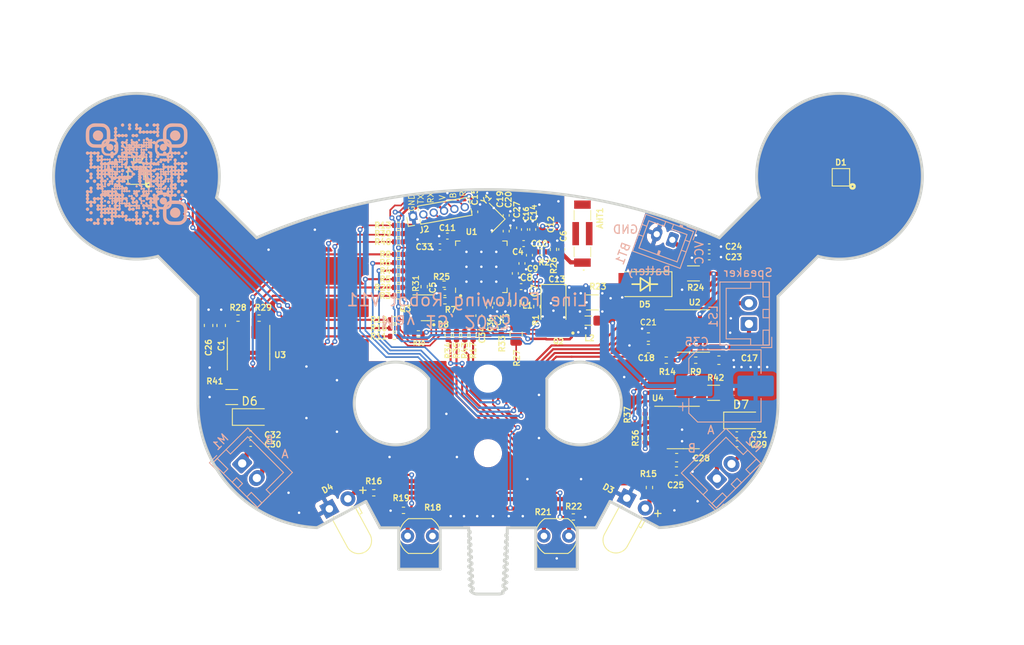
<source format=kicad_pcb>
(kicad_pcb (version 20221018) (generator pcbnew)
  (layers (0 "F.Cu" signal) (31 "B.Cu" signal) (34 "B.Paste" user) (35 "F.Paste" user) (36 "B.SilkS" user "B.Silkscreen") (37 "F.SilkS" user "F.Silkscreen") (38 "B.Mask" user) (39 "F.Mask" user) (44 "Edge.Cuts" user))
  (net 0 "")
  (net 1 "GND")
  (net 2 "/VDDCORE")
  (net 3 "/DCDC_OUT")
  (net 4 "Net-(U1-ANT)")
  (net 5 "/XIN")
  (net 6 "/AVDD15")
  (net 7 "/XOUT")
  (net 8 "VCC")
  (net 9 "/AUDIO")
  (net 10 "Net-(U1-GPIO21)")
  (net 11 "Net-(ANT1-FEED)")
  (net 15 "Net-(U1-GPIO7)")
  (net 16 "GNDD")
  (net 17 "VPP")
  (net 18 "/RESET")
  (net 19 "Net-(U2-+IN)")
  (net 20 "Net-(D7-A2)")
  (net 21 "Net-(D7-A1)")
  (net 22 "Net-(D1-GK)")
  (net 23 "Net-(D1-BK)")
  (net 24 "Net-(D1-RK)")
  (net 25 "/S_SD")
  (net 26 "/MC_1")
  (net 27 "/MC_2")
  (net 28 "/MOTOR2A")
  (net 29 "Net-(D2-GK)")
  (net 30 "/MOTOR1B")
  (net 31 "/P1")
  (net 32 "/MOTOR1A")
  (net 33 "/P2")
  (net 34 "Net-(D2-BK)")
  (net 35 "/BOOT")
  (net 36 "Net-(D2-RK)")
  (net 37 "Net-(D3-A)")
  (net 38 "/UART0_TXD")
  (net 39 "/UART0_RXD")
  (net 40 "Net-(D4-A)")
  (net 41 "/LED1_B")
  (net 42 "/LED1_G")
  (net 43 "/LED1_R")
  (net 44 "/LED2_G")
  (net 45 "/LED2_R")
  (net 46 "/LED2_B")
  (net 47 "Net-(D8-A)")
  (net 48 "Net-(D8-K)")
  (net 49 "Net-(U1-SW_DCDC)")
  (net 50 "Net-(D5-K)")
  (net 51 "/IRRX")
  (net 52 "/IRTX")
  (net 53 "Net-(U2-VO2)")
  (net 54 "Net-(U2-VO1)")
  (net 55 "Net-(U1-GPIO26)")
  (net 56 "Net-(U2--IN)")
  (net 59 "/MOTOR2B")
  (net 62 "/VCC_LED")
  (net 63 "Net-(U1-GPIO17)")
  (net 64 "Net-(U1-GPIO25)")
  (net 65 "Net-(Q3-B)")
  (net 66 "Net-(U1-GPIO3)")
  (net 69 "Net-(U1-GPIO4)")
  (net 70 "Net-(U1-GPIO18)")
  (net 76 "Net-(U1-GPIO19)")
  (net 77 "Net-(U1-GPIO6)")
  (net 82 "Net-(D6-A2)")
  (net 83 "Net-(D6-A1)")
  (footprint "Resistor_SMD:R_0402_1005Metric" (layer "F.Cu") (at 197 123.7 90)
    (fp_text reference "R43")
    (fp_text value "10K")
  )
  (footprint "Resistor_SMD:R_0402_1005Metric" (layer "F.Cu") (at 194.6 119.5)
    (fp_text reference "R7")
    (fp_text value "10K")
  )
  (footprint "Capacitor_SMD:C_0402_1005Metric" (layer "F.Cu") (at 204.2 110.9 90)
    (fp_text reference "C16")
    (fp_text value "2.2uF")
  )
  (footprint "Diode_SMD:D_SOD-123F" (layer "F.Cu") (at 230.46 133.94)
    (fp_text reference "D7")
    (fp_text value "SMF5.0CA")
  )
  (footprint "Capacitor_SMD:C_0603_1608Metric" (layer "F.Cu") (at 219.161 123.882 180)
    (fp_text reference "C21")
    (fp_text value "1uF")
  )
  (footprint "Resistor_SMD:R_0402_1005Metric" (layer "F.Cu") (at 189 113.9 180)
    (fp_text reference "R8")
    (fp_text value "10K")
  )
  (footprint "LED_THT:LED_D3.0mm_Horizontal_O1.27mm_Z2.0mm" (layer "F.Cu") (at 216.549452 143.320894 -28.5)
    (fp_text reference "D3")
    (fp_text value "LED")
  )
  (footprint "Resistor_SMD:R_1206_3216Metric" (layer "F.Cu") (at 168.869 131.121 180)
    (fp_text reference "R41")
    (fp_text value "1R")
  )
  (footprint "Capacitor_SMD:C_0402_1005Metric" (layer "F.Cu") (at 208.7 113.3 90)
    (fp_text reference "C6")
    (fp_text value "DNP")
  )
  (footprint "Capacitor_SMD:C_0402_1005Metric" (layer "F.Cu") (at 205.2 110.9 90)
    (fp_text reference "C14")
    (fp_text value "10pF")
  )
  (footprint "1Library:2450AT43B100E" (layer "F.Cu") (at 211.2 111.4 -90)
    (fp_text reference "ANT1")
    (fp_text value "2450AT43B100E" hide)
  )
  (footprint "Package_SO:SOP-8_3.9x4.9mm_P1.27mm" (layer "F.Cu") (at 224.6 123.15)
    (fp_text reference "U2")
    (fp_text value "FM8002A")
  )
  (footprint "Capacitor_SMD:C_0603_1608Metric" (layer "F.Cu") (at 227.67 126.676)
    (fp_text reference "C17")
    (fp_text value "22uF")
  )
  (footprint "Capacitor_SMD:C_0402_1005Metric" (layer "F.Cu") (at 201.9 119.8 -90)
    (fp_text reference "C3")
    (fp_text value "2.2uF")
  )
  (footprint "Resistor_SMD:R_0402_1005Metric" (layer "F.Cu") (at 195 123.7 90)
    (fp_text reference "R34")
    (fp_text value "150R")
  )
  (footprint "Resistor_SMD:R_0402_1005Metric" (layer "F.Cu") (at 189 112.4)
    (fp_text reference "R40")
    (fp_text value "1k")
  )
  (footprint "Capacitor_SMD:C_0402_1005Metric" (layer "F.Cu") (at 200.9 119.8 -90)
    (fp_text reference "C2")
    (fp_text value "2.2uF")
  )
  (footprint "Resistor_SMD:R_1206_3216Metric" (layer "F.Cu") (at 212.4 119.7 180)
    (fp_text reference "R23")
    (fp_text value "10R")
  )
  (footprint "Capacitor_SMD:C_0402_1005Metric" (layer "F.Cu") (at 171.155 136.709 180)
    (fp_text reference "C30")
    (fp_text value "100nF")
  )
  (footprint "Resistor_SMD:R_0402_1005Metric" (layer "F.Cu") (at 191.4 123.5)
    (fp_text reference "R30")
    (fp_text value "33R")
  )
  (footprint "USES_Library:XDCR_PT19-21B_L41_TR8" (layer "F.Cu") (at 208.3 123.4 180)
    (fp_text reference "Q2")
    (fp_text value "PT19-21B/L41/TR8")
  )
  (footprint "Capacitor_SMD:C_0402_1005Metric" (layer "F.Cu") (at 229.86 136.76 180)
    (fp_text reference "C29")
    (fp_text value "100nF")
  )
  (footprint "Resistor_SMD:R_0402_1005Metric" (layer "F.Cu") (at 172.171 121.596 180)
    (fp_text reference "R29")
    (fp_text value "10K")
  )
  (footprint "Package_SO:SOP-8_3.9x4.9mm_P1.27mm" (layer "F.Cu") (at 170.901 125.914 -90)
    (fp_text reference "U3")
    (fp_text value "TC8301")
  )
  (footprint "Resistor_SMD:R_0805_2012Metric" (layer "F.Cu") (at 203.2 123.5 -90)
    (fp_text reference "R27")
    (fp_text value "100R")
  )
  (footprint "Package_DFN_QFN:QFN-48-1EP_6x6mm_P0.4mm_EP4.3x4.3mm" (layer "F.Cu") (at 199 115.4 90)
    (fp_text reference "U1")
    (fp_text value "BL706C")
  )
  (footprint "Resistor_SMD:R_0402_1005Metric" (layer "F.Cu") (at 186.014 142.678 180)
    (fp_text reference "R16")
    (fp_text value "47R")
  )
  (footprint "Capacitor_SMD:C_0402_1005Metric" (layer "F.Cu") (at 203.9 115 -90)
    (fp_text reference "C9")
    (fp_text value "100nF")
  )
  (footprint "Capacitor_SMD:C_0402_1005Metric" (layer "F.Cu") (at 226.5 114.2)
    (fp_text reference "C23")
    (fp_text value "2.2uF")
  )
  (footprint "Capacitor_SMD:C_0402_1005Metric" (layer "F.Cu") (at 203.8 117.8)
    (fp_text reference "C7")
    (fp_text value "2.2uF")
  )
  (footprint "Resistor_SMD:R_0402_1005Metric" (layer "F.Cu") (at 189 110.4 180)
    (fp_text reference "R13")
    (fp_text value "20K")
  )
  (footprint "Resistor_SMD:R_1206_3216Metric" (layer "F.Cu") (at 227.035 130.613)
    (fp_text reference "R42")
    (fp_text value "1R")
  )
  (footprint "Resistor_SMD:R_0402_1005Metric" (layer "F.Cu") (at 169.631 121.596)
    (fp_text reference "R28")
    (fp_text value "10K")
  )
  (footprint "Package_TO_SOT_SMD:SOT-23-3" (layer "F.Cu") (at 192.5375 120.35)
    (fp_text reference "Q3")
    (fp_text value "S8050")
  )
  (footprint "Capacitor_SMD:C_0603_1608Metric" (layer "F.Cu") (at 222.57 138.44)
    (fp_text reference "C28")
    (fp_text value "10uF")
  )
  (footprint "LED_THT:LED_D3.0mm_Horizontal_O1.27mm_Z2.0mm" (layer "F.Cu") (at 180.653505 144.61379 28.5)
    (fp_text reference "D4")
    (fp_text value "LED")
  )
  (footprint "Capacitor_SMD:C_0603_1608Metric" (layer "F.Cu") (at 166.075 122.485 90)
    (fp_text reference "C26")
    (fp_text value "10uF")
  )
  (footprint "Capacitor_SMD:C_0402_1005Metric" (layer "F.Cu") (at 202.9 110.7 90)
    (fp_text reference "C27")
    (fp_text value "100nF")
  )
  (footprint "Resistor_SMD:R_0402_1005Metric" (layer "F.Cu") (at 198 123.7 90)
    (fp_text reference "R17")
    (fp_text value "10K")
  )
  (footprint "Resistor_SMD:R_0402_1005Metric" (layer "F.Cu") (at 205.7 120.2 -90)
    (fp_text reference "R1")
    (fp_text value "100K")
  )
  (footprint "Capacitor_SMD:C_0603_1608Metric" (layer "F.Cu") (at 222.55 140.06)
    (fp_text reference "C25")
    (fp_text value "10uF")
  )
  (footprint "Resistor_SMD:R_0402_1005Metric" (layer "F.Cu") (at 207.7 113.3 90)
    (fp_text reference "R26")
    (fp_text value "DNP")
  )
  (footprint "Inductor_SMD:L_0805_2012Metric" (layer "F.Cu") (at 203.1 119.8 90)
    (fp_text reference "L1")
    (fp_text value "2.2uH")
  )
  (footprint "1Library:FM-B2020RGBA-HG" (layer "F.Cu") (at 157.4 104.4 180)
    (fp_text reference "D2")
    (fp_text value "LED_RGBA")
  )
  (footprint "Capacitor_SMD:C_0402_1005Metric" (layer "F.Cu") (at 194.6 118.5)
    (fp_text reference "C5")
    (fp_text value "2.2uF")
  )
  (footprint "Resistor_SMD:R_0402_1005Metric" (layer "F.Cu") (at 188.5 122.8)
    (fp_text reference "R10")
    (fp_text value "1K")
  )
  (footprint "Resistor_SMD:R_0402_1005Metric" (layer "F.Cu") (at 224.876 126.676 180)
    (fp_text reference "R9")
    (fp_text value "10K")
  )
  (footprint "Resistor_SMD:R_0402_1005Metric" (layer "F.Cu") (at 201.4 122.8 -90)
    (fp_text reference "R33")
    (fp_text value "10K")
  )
  (footprint "Resistor_SMD:R_0402_1005Metric" (layer "F.Cu") (at 188.981 117.9 180)
    (fp_text reference "R20")
    (fp_text value "150R")
  )
  (footprint "Capacitor_SMD:C_0402_1005Metric" (layer "F.Cu") (at 198.206 108.769 -90)
    (fp_text reference "C15")
    (fp_text value "12pF")
  )
  (footprint "Resistor_SMD:R_0402_1005Metric" (layer "F.Cu") (at 188.981 118.9 180)
    (fp_text reference "R3")
    (fp_text value "150R")
  )
  (footprint "USES_Library:IR19-21C-TR8" (layer "F.Cu") (at 191.5 122.4 180)
    (fp_text reference "D8")
    (fp_text value "IR19-21C/TR8")
  )
  (footprint "Diode_SMD:D_SOD-123F" (layer "F.Cu") (at 171.155 133.534)
    (fp_text reference "D6")
    (fp_text value "SMF5.0CA")
  )
  (footprint "Capacitor_SMD:C_0603_1608Metric" (layer "F.Cu") (at 219.161 125.279)
    (fp_text reference "C18")
    (fp_text value "0.39uF")
  )
  (footprint "Resistor_SMD:R_1206_3216Metric" (layer "F.Cu") (at 224.6 116.2 180)
    (fp_text reference "R24")
    (fp_text value "3R")
  )
  (footprint "Crystal:Crystal_SMD_2016-4Pin_2.0x1.6mm" (layer "F.Cu") (at 200.1 109.5 135)
    (fp_text reference "Y1")
    (fp_text value "32MHz")
  )
  (footprint "Resistor_SMD:R_0402_1005Metric" (layer "F.Cu") (at 189 115.9)
    (fp_text reference "R4")
    (fp_text value "1K")
  )
  (footprint "Capacitor_SMD:C_0402_1005Metric" (layer "F.Cu") (at 229.83 135.68 180)
    (fp_text reference "C31")
    (fp_text value "100nF")
  )
  (footprint "Diode_SMD:D_MELF" (layer "F.Cu") (at 218.7 117.5 180)
    (fp_text reference "D5")
    (fp_text value "ZM4728A")
  )
  (footprint "Connector_PinHeader_1.27mm:PinHeader_1x06_P1.27mm_Vertical" (layer "F.Cu") (at 190.746471 109.302666 100)
    (fp_text reference "J2")
    (fp_text value "Conn_01x06")
  )
  (footprint "Capacitor_SMD:C_0603_1608Metric" (layer "F.Cu") (at 206.3 110.3 90)
    (fp_text reference "C12")
    (fp_text value "10uF")
  )
  (footprint "Resistor_SMD:R_0402_1005Metric" (layer "F.Cu") (at 188.5 123.8)
    (fp_text reference "R11")
    (fp_text value "1K")
  )
  (footprint "OptoDevice:R_LDR_5.0x4.1mm_P3mm_Vertical" (layer "F.Cu") (at 193.1 147.9 180)
    (fp_text reference "R18")
    (fp_text value "GL5516")
  )
  (footprint "Resistor_SMD:R_0402_1005Metric" (layer "F.Cu") (at 189.6 144.8 180)
    (fp_text reference "R19")
    (fp_text value "10K")
  )
  (footprint "1Library:FM-B2020RGBA-HG" (layer "F.Cu") (at 242.4 104.6 180)
    (fp_text reference "D1")
    (fp_text value "LED_RGBA")
  )
  (footprint "Inductor_SMD:L_0805_2012Metric" (layer "F.Cu") (at 211.9 121.9)
    (fp_text reference "L2")
    (fp_text value "100uH")
  )
  (footprint "Capacitor_SMD:C_0402_1005Metric" (layer "F.Cu") (at 194 113 180)
    (fp_text reference "C33")
    (fp_text value "1uF")
  )
  (footprint "Resistor_SMD:R_0402_1005Metric" (layer "F.Cu") (at 219.288 142.043 -90)
    (fp_text reference "R15")
    (fp_text value "47R")
  )
  (footprint "Resistor_SMD:R_0402_1005Metric" (layer "F.Cu") (at 210.1 145.599)
    (fp_text reference "R22")
    (fp_text value "10K")
  )
  (footprint "MountingHole:MountingHole_3mm" (layer "F.Cu") (at 199.8 137.9 90)
    (fp_text reference "H2")
    (fp_text value "Mounting Hole")
  )
  (footprint "Capacitor_SMD:C_0603_1608Metric" (layer "F.Cu") (at 167.599 122.485 90)
    (fp_text reference "C1")
    (fp_text value "10uF")
  )
  (footprint "Resistor_SMD:R_0402_1005Metric" (layer "F.Cu") (at 189 114.9)
    (fp_text reference "R6")
    (fp_text value "1K")
  )
  (footprint "Resistor_SMD:R_0402_1005Metric" (layer "F.Cu") (at 194.5 117.5)
    (fp_text reference "R25")
    (fp_text value "47K")
  )
  (footprint "Capacitor_SMD:C_0402_1005Metric" (layer "F.Cu") (at 204.1 112.6)
    (fp_text reference "C10")
    (fp_text value "10pF")
  )
  (footprint "Resistor_SMD:R_0402_1005Metric" (layer "F.Cu") (at 221.32 126.676 180)
    (fp_text reference "R14")
    (fp_text value "20K")
  )
  (footprint "Capacitor_SMD:C_0402_1005Metric" (layer "F.Cu") (at 202 109.2 -90)
    (fp_text reference "C20")
    (fp_text value "12pF")
  )
  (footprint "Resistor_SMD:R_0402_1005Metric" (layer "F.Cu") (at 192.1 117.8 -90)
    (fp_text reference "R31")
    (fp_text value "10K")
  )
  (footprint "Resistor_SMD:R_0402_1005Metric" (layer "F.Cu") (at 218.78 133.661 -90)
    (fp_text reference "R37")
    (fp_text value "10K")
  )
  (footprint "Resistor_SMD:R_0402_1005Metric" (layer "F.Cu") (at 196 123.7 90)
    (fp_text reference "R35")
    (fp_text value "150R")
  )
  (footprint "Capacitor_SMD:C_0402_1005Metric" (layer "F.Cu") (at 202 111.1 90)
    (fp_text reference "C19")
    (fp_text value "10pF")
  )
  (footprint "OptoDevice:R_LDR_5.0x4.1mm_P3mm_Vertical" (layer "F.Cu") (at 206.55 147.9)
    (fp_text reference "R21")
    (fp_text value "GL5516")
  )
  (footprint "Capacitor_Tantalum_SMD:CP_EIA-3528-21_Kemet-B" (layer "F.Cu") (at 207.7 120 -90)
    (fp_text reference "C13")
    (fp_text value "100uF")
  )
  (footprint "Capacitor_SMD:C_0402_1005Metric" (layer "F.Cu") (at 198.7 121.3 -90)
    (fp_text reference "C34")
    (fp_text value "1uF")
  )
  (footprint "Capacitor_SMD:C_0402_1005Metric" (layer "F.Cu") (at 204.8 114 -90)
    (fp_text reference "C4")
    (fp_text value "DNP")
  )
  (footprint "Capacitor_SMD:C_0402_1005Metric" (layer "F.Cu") (at 203.1 116.2 -90)
    (fp_text reference "C8")
    (fp_text value "2.2uF")
  )
  (footprint "Capacitor_SMD:C_0402_1005Metric" (layer "F.Cu") (at 171.155 135.566 180)
    (fp_text reference "C32")
    (fp_text value "100nF")
  )
  (footprint "Capacitor_SMD:C_0402_1005Metric" (layer "F.Cu") (at 194.9 111.7)
    (fp_text reference "C11")
    (fp_text value "2.2uF")
  )
  (footprint "Resistor_SMD:R_0402_1005Metric" (layer "F.Cu") (at 189 111.4)
    (fp_text reference "R39")
    (fp_text value "1k")
  )
  (footprint "Capacitor_SMD:C_0402_1005Metric" (layer "F.Cu") (at 226.5 113)
    (fp_text reference "C24")
    (fp_text value "100nF")
  )
  (footprint "Resistor_SMD:R_0402_1005Metric" (layer "F.Cu") (at 206.2 113.6)
    (fp_text reference "R2")
    (fp_text value "0R")
  )
  (footprint "Resistor_SMD:R_0402_1005Metric" (layer "F.Cu") (at 188.5 121.8)
    (fp_text reference "R12")
    (fp_text value "1K")
  )
  (footprint "Resistor_SMD:R_0402_1005Metric" (layer "F.Cu") (at 188.981 116.9)
    (fp_text reference "R5")
    (fp_text value "1K")
  )
  (footprint "Package_SO:SOP-8_3.9x4.9mm_P1.27mm" (layer "F.Cu") (at 223.37 134.8)
    (fp_text reference "U4")
    (fp_text value "TC8301")
  )
  (footprint "MountingHole:MountingHole_3mm" (layer "F.Cu") (at 199.8 128.9 90)
    (fp_text reference "H1")
    (fp_text value "Mounting Hole")
  )
  (footprint "Capacitor_SMD:C_0402_1005Metric" (layer "F.Cu") (at 200 120.3 -90)
    (fp_text reference "C36")
    (fp_text value "1nF")
  )
  (footprint "Resistor_SMD:R_0402_1005Metric" (layer "F.Cu") (at 218.78 136.074 90)
    (fp_text reference "R36")
    (fp_text value "10K")
  )
  (footprint "2023_03_22" (layer "B.Cu") (at 157.39 104.22 180)
    (fp_text reference "G***" hide)
    (fp_text value "LOGO" hide)
  )
  (footprint "Capacitor_SMD:CP_Elec_8x10.5" (layer "B.Cu") (at 228.4 129.78)
    (fp_text reference "C35")
    (fp_text value "1000uF")
  )
  (footprint "Connector_JST:JST_XH_B2B-XH-A_1x02_P2.50mm_Vertical" (layer "B.Cu") (at 231.3 122.3 90)
    (fp_text reference "LS1")
    (fp_text value "Speaker")
  )
  (footprint "Connector_JST:JST_PH_B2B-PH-K_1x02_P2.00mm_Vertical" (layer "B.Cu") (at 222.05 112.15 160)
    (fp_text reference "BT1")
    (fp_text value "Battery")
  )
  (footprint "Connector_JST:JST_XH_B2B-XH-A_1x02_P2.50mm_Vertical" (layer "B.Cu") (at 170.132233 139.132233 -45)
    (fp_text reference "M1")
    (fp_text value "Conn_01x02_Male")
  )
  (footprint "LOGO" (layer "B.Cu") (at 157.39 104.22 180)
    (fp_text reference "G***" hide)
    (fp_text value "LOGO" hide)
  )
  (footprint "Connector_JST:JST_XH_B2B-XH-A_1x02_P2.50mm_Vertical" (layer "B.Cu") (at 227.427348 140.965115 45)
    (fp_text reference "M2")
    (fp_text value "Conn_01x02_Male")
  )
  (gr_line (start 186.772778 146.9) (end 185.071026 143.720923) (stroke (width 0.35)) (layer "Edge.Cuts"))
  (gr_line (start 202.124997 148.799033) (end 202.124997 149.09696) (stroke (width 0.35)) (layer "Edge.Cuts"))
  (gr_arc (start 179.157823 146.886247) (mid 168.968733 142.277074) (end 164.8 131.899999) (stroke (width 0.35)) (layer "Edge.Cuts"))
  (gr_line (start 197.475003 151.621374) (end 197.475003 151.547812) (stroke (width 0.35)) (layer "Edge.Cuts"))
  (gr_line (start 210.570004 151.9) (end 210.570004 146.9) (stroke (width 0.35)) (layer "Edge.Cuts"))
  (gr_line (start 197.475003 149.972678) (end 197.772854 149.764105) (stroke (width 0.35)) (layer "Edge.Cuts"))
  (gr_line (start 167.032849 107.061789) (end 171.87106 111.9) (stroke (width 0.35)) (layer "Edge.Cuts"))
  (gr_line (start 201.628537 154.763968) (end 201.560483 154.716315) (stroke (width 0.35)) (layer "Edge.Cuts"))
  (gr_line (start 232.567151 107.061789) (end 227.72894 111.9) (stroke (width 0.35)) (layer "Edge.Cuts"))
  (gr_line (start 202.124997 148.368506) (end 201.90672 148.521338) (stroke (width 0.35)) (layer "Edge.Cuts"))
  (gr_line (start 186.772778 146.9) (end 189.029995 146.9) (stroke (width 0.35)) (layer "Edge.Cuts"))
  (gr_line (start 197.475003 152.351584) (end 197.475003 152.335379) (stroke (width 0.35)) (layer "Edge.Cuts"))
  (gr_line (start 197.977612 153.558585) (end 197.977612 153.433737) (stroke (width 0.35)) (layer "Edge.Cuts"))
  (gr_line (start 197.475003 150.89115) (end 197.475003 150.760245) (stroke (width 0.35)) (layer "Edge.Cuts"))
  (gr_line (start 205.570004 146.9) (end 202.124997 146.9) (stroke (width 0.35)) (layer "Edge.Cuts"))
  (gr_line (start 202.124997 149.588095) (end 201.863446 149.404959) (stroke (width 0.35)) (layer "Edge.Cuts"))
  (gr_line (start 202.034787 154.25936) (end 201.603756 153.957556) (stroke (width 0.35)) (layer "Edge.Cuts"))
  (gr_line (start 202.124997 150.377173) (end 201.820157 150.163718) (stroke (width 0.35)) (layer "Edge.Cuts"))
  (gr_line (start 205.570004 151.9) (end 210.570004 151.9) (stroke (width 0.35)) (layer "Edge.Cuts"))
  (gr_line (start 201.603756 153.832709) (end 201.603756 153.957556) (stroke (width 0.35)) (layer "Edge.Cuts"))
  (gr_line (start 201.863446 149.280112) (end 201.863446 149.404959) (stroke (width 0.35)) (layer "Edge.Cuts"))
  (gr_line (start 194.029995 146.9) (end 194.029995 151.9) (stroke (width 0.35)) (layer "Edge.Cuts"))
  (gr_line (start 197.475003 148.397528) (end 197.690945 148.246313) (stroke (width 0.35)) (layer "Edge.Cuts"))
  (gr_arc (start 234.8 131.9) (mid 230.631266 142.277075) (end 220.442176 146.886247) (stroke (width 0.35)) (layer "Edge.Cuts"))
  (gr_line (start 202.124997 149.588095) (end 202.124997 149.82543) (stroke (width 0.35)) (layer "Edge.Cuts"))
  (gr_line (start 201.69032 152.315176) (end 201.69032 152.440024) (stroke (width 0.35)) (layer "Edge.Cuts"))
  (gr_line (start 202.124997 150.553885) (end 201.776883 150.797644) (stroke (width 0.35)) (layer "Edge.Cuts"))
  (gr_line (start 197.475003 150.760245) (end 197.813809 150.523001) (stroke (width 0.35)) (layer "Edge.Cuts"))
  (gr_line (start 194.029995 151.9) (end 189.029995 151.9) (stroke (width 0.35)) (layer "Edge.Cuts"))
  (gr_arc (start 232.567149 107.061784) (mid 249.297474 97.402525) (end 239.638217 114.132851) (stroke (width 0.35)) (layer "Edge.Cuts"))
  (gr_line (start 197.475003 147.240042) (end 197.650006 147.36257) (stroke (width 0.35)) (layer "Edge.Cuts"))
  (gr_line (start 202.124997 148.009955) (end 201.949994 147.887427) (stroke (width 0.35)) (layer "Edge.Cuts"))
  (gr_line (start 202.124997 149.82543) (end 201.820157 150.03887) (stroke (width 0.35)) (layer "Edge.Cuts"))
  (gr_line (start 202.078061 153.500601) (end 201.64703 153.198782) (stroke (width 0.35)) (layer "Edge.Cuts"))
  (gr_line (start 202.124997 151.282355) (end 201.733594 151.556418) (stroke (width 0.35)) (layer "Edge.Cuts"))
  (gr_line (start 202.124997 151.166251) (end 202.124997 151.282355) (stroke (width 0.35)) (layer "Edge.Cuts"))
  (gr_line (start 197.545331 153.861273) (end 198.018567 154.192648) (stroke (width 0.35)) (layer "Edge.Cuts"))
  (gr_line (start 197.475003 152.351584) (end 197.936657 152.674857) (stroke (width 0.35)) (layer "Edge.Cuts"))
  (gr_line (start 202.124997 146.9) (end 202.124997 147.640036) (stroke (width 0.35)) (layer "Edge.Cuts"))
  (gr_line (start 202.034787 154.25936) (end 201.560483 154.591483) (stroke (width 0.35)) (layer "Edge.Cuts"))
  (gr_line (start 197.650006 147.487418) (end 197.650006 147.36257) (stroke (width 0.35)) (layer "Edge.Cuts"))
  (gr_line (start 197.475003 147.970267) (end 197.475003 147.609961) (stroke (width 0.35)) (layer "Edge.Cuts"))
  (gr_arc (start 206.899995 128.9) (mid 215.905206 131.9) (end 206.899995 134.9) (stroke (width 0.35)) (layer "Edge.Cuts"))
  (gr_line (start 197.936657 152.799689) (end 197.936657 152.674857) (stroke (width 0.35)) (layer "Edge.Cuts"))
  (gr_line (start 197.475003 152.335379) (end 197.895718 152.040793) (stroke (width 0.35)) (layer "Edge.Cuts"))
  (gr_line (start 197.475003 147.240042) (end 197.475003 146.9) (stroke (width 0.35)) (layer "Edge.Cuts"))
  (gr_line (start 202.124997 151.166251) (end 201.776883 150.922491) (stroke (width 0.35)) (layer "Edge.Cuts"))
  (gr_line (start 212.827221 146.9) (end 210.570004 146.9) (stroke (width 0.35)) (layer "Edge.Cuts"))
  (gr_arc (start 159.961784 114.132851) (mid 150.302525 97.402526) (end 167.032851 107.061783) (stroke (width 0.35)) (layer "Edge.Cuts"))
  (gr_line (start 197.475003 147.970267) (end 197.690945 148.121481) (stroke (width 0.35)) (layer "Edge.Cuts"))
  (gr_line (start 201.560483 154.591483) (end 201.560483 154.716315) (stroke (width 0.35)) (layer "Edge.Cuts"))
  (gr_line (start 202.124997 149.09696) (end 201.863446 149.280112) (stroke (width 0.35)) (layer "Edge.Cuts"))
  (gr_line (start 197.475003 147.609961) (end 197.650006 147.487418) (stroke (width 0.35)) (layer "Edge.Cuts"))
  (gr_line (start 202.078061 153.500601) (end 201.603756 153.832709) (stroke (width 0.35)) (layer "Edge.Cuts"))
  (gr_line (start 197.504376 153.102377) (end 197.977612 153.433737) (stroke (width 0.35)) (layer "Edge.Cuts"))
  (gr_line (start 197.475003 150.160925) (end 197.813809 150.398154) (stroke (width 0.35)) (layer "Edge.Cuts"))
  (gr_line (start 202.124997 148.799033) (end 201.90672 148.646185) (stroke (width 0.35)) (layer "Edge.Cuts"))
  (gr_line (start 197.690945 148.246313) (end 197.690945 148.121481) (stroke (width 0.35)) (layer "Edge.Cuts"))
  (gr_line (start 164.8 131.9) (end 164.8 118.97106) (stroke (width 0.35)) (layer "Edge.Cuts"))
  (gr_line (start 214.528973 143.720923) (end 220.442181 146.886252) (stroke (width 0.35)) (layer "Edge.Cuts"))
  (gr_line (start 201.733594 151.556418) (end 201.733594 151.68125) (stroke (width 0.35)) (layer "Edge.Cuts"))
  (gr_line (start 197.504376 153.102377) (end 197.936657 152.799689) (stroke (width 0.35)) (layer "Edge.Cuts"))
  (gr_line (start 202.124997 150.377173) (end 202.124997 150.553885) (stroke (width 0.35)) (layer "Edge.Cuts"))
  (gr_line (start 201.90672 148.521338) (end 201.90672 148.646185) (stroke (width 0.35)) (layer "Edge.Cuts"))
  (gr_line (start 239.638211 114.132849) (end 234.8 118.97106) (stroke (width 0.35)) (layer "Edge.Cuts"))
  (gr_line (start 198.018567 154.31748) (end 198.018567 154.192648) (stroke (width 0.35)) (layer "Edge.Cuts"))
  (gr_line (start 185.071026 143.720923) (end 179.157818 146.886252) (stroke (width 0.35)) (layer "Edge.Cuts"))
  (gr_line (start 197.7319 149.005209) (end 197.7319 148.880362) (stroke (width 0.35)) (layer "Edge.Cuts"))
  (gr_line (start 234.8 131.9) (end 234.8 118.97106) (stroke (width 0.35)) (layer "Edge.Cuts"))
  (gr_arc (start 192.650006 134.9) (mid 183.650006 131.9) (end 192.650006 128.9) (stroke (width 0.35)) (layer "Edge.Cuts"))
  (gr_line (start 197.854764 151.281897) (end 197.854764 151.157065) (stroke (width 0.35)) (layer "Edge.Cuts"))
  (gr_line (start 202.124997 148.009955) (end 202.124997 148.368506) (stroke (width 0.35)) (layer "Edge.Cuts"))
  (gr_line (start 197.475003 151.547812) (end 197.854764 151.281897) (stroke (width 0.35)) (layer "Edge.Cuts"))
  (gr_line (start 197.545331 153.861273) (end 197.977612 153.558585) (stroke (width 0.35)) (layer "Edge.Cuts"))
  (gr_line (start 197.475003 150.89115) (end 197.854764 151.157065) (stroke (width 0.35)) (layer "Edge.Cuts"))
  (gr_line (start 197.475003 148.700491) (end 197.475003 148.397528) (stroke (width 0.35)) (layer "Edge.Cuts"))
  (gr_line (start 197.813809 150.523001) (end 197.813809 150.398154) (stroke (width 0.35)) (layer "Edge.Cuts"))
  (gr_line (start 202.124997 147.640036) (end 201.949994 147.762579) (stroke (width 0.35)) (layer "Edge.Cuts"))
  (gr_arc (start 201.628531 154.763976) (mid 201.385788 154.865395) (end 201.124997 154.9) (stroke (width 0.35)) (layer "Edge.Cuts"))
  (gr_line (start 202.12135 152.741827) (end 201.64703 153.07395) (stroke (width 0.35)) (layer "Edge.Cuts"))
  (gr_line (start 197.895718 152.040793) (end 197.895718 151.915945) (stroke (width 0.35)) (layer "Edge.Cuts"))
  (gr_line (start 201.820157 150.03887) (end 201.820157 150.163718) (stroke (width 0.35)) (layer "Edge.Cuts"))
  (gr_line (start 201.949994 147.762579) (end 201.949994 147.887427) (stroke (width 0.35)) (layer "Edge.Cuts"))
  (gr_line (start 197.475003 150.160925) (end 197.475003 149.972678) (stroke (width 0.35)) (layer "Edge.Cuts"))
  (gr_line (start 197.475003 148.700491) (end 197.7319 148.880362) (stroke (width 0.35)) (layer "Edge.Cuts"))
  (gr_line (start 202.124997 151.955313) (end 201.733594 151.68125) (stroke (width 0.35)) (layer "Edge.Cuts"))
  (gr_arc (start 171.871068 111.899997) (mid 199.800001 106.087027) (end 227.728934 111.899998) (stroke (width 0.35)) (layer "Edge.Cuts"))
  (gr_line (start 205.570004 146.9) (end 205.570004 151.9) (stroke (width 0.35)) (layer "Edge.Cuts"))
  (gr_line (start 197.475003 149.185095) (end 197.7319 149.005209) (stroke (width 0.35)) (layer "Edge.Cuts"))
  (gr_line (start 197.475003 149.430701) (end 197.475003 149.185095) (stroke (width 0.35)) (layer "Edge.Cuts"))
  (gr_arc (start 198.475003 154.9) (mid 198.049217 154.804824) (end 197.70448 154.537413) (stroke (width 0.35)) (layer "Edge.Cuts"))
  (gr_line (start 197.772854 149.764105) (end 197.772854 149.639273) (stroke (width 0.35)) (layer "Edge.Cuts"))
  (gr_line (start 202.12135 152.741827) (end 201.69032 152.440024) (stroke (width 0.35)) (layer "Edge.Cuts"))
  (gr_line (start 201.124997 154.9) (end 198.475003 154.9) (stroke (width 0.35)) (layer "Edge.Cuts"))
  (gr_line (start 202.124997 152.010809) (end 201.69032 152.315176) (stroke (width 0.35)) (layer "Edge.Cuts"))
  (gr_line (start 197.475003 151.621374) (end 197.895718 151.915945) (stroke (width 0.35)) (layer "Edge.Cuts"))
  (gr_line (start 197.70448 154.537405) (end 198.018567 154.31748) (stroke (width 0.35)) (layer "Edge.Cuts"))
  (gr_line (start 206.899995 134.9) (end 206.899995 128.9) (stroke (width 0.35)) (layer "Edge.Cuts"))
  (gr_line (start 194.029995 146.9) (end 197.475003 146.9) (stroke (width 0.35)) (layer "Edge.Cuts"))
  (gr_line (start 201.64703 153.07395) (end 201.64703 153.198782) (stroke (width 0.35)) (layer "Edge.Cuts"))
  (gr_line (start 192.650006 134.9) (end 192.650006 128.9) (stroke (width 0.35)) (layer "Edge.Cuts"))
  (gr_line (start 159.961789 114.132849) (end 164.8 118.97106) (stroke (width 0.35)) (layer "Edge.Cuts"))
  (gr_line (start 212.827221 146.9) (end 214.528973 143.720923) (stroke (width 0.35)) (layer "Edge.Cuts"))
  (gr_line (start 201.776883 150.797644) (end 201.776883 150.922491) (stroke (width 0.35)) (layer "Edge.Cuts"))
  (gr_line (start 202.124997 151.955313) (end 202.124997 152.010809) (stroke (width 0.35)) (layer "Edge.Cuts"))
  (gr_line (start 189.029995 151.9) (end 189.029995 146.9) (stroke (width 0.35)) (layer "Edge.Cuts"))
  (gr_line (start 197.475003 149.430701) (end 197.772854 149.639273) (stroke (width 0.35)) (layer "Edge.Cuts"))
  (gr_text "A" (at 226.7 135.1) (layer "B.SilkS") (effects (font (size 1 1)) (justify mirror)))
  (gr_text "Battery" (at 219.2 115.9) (layer "B.SilkS") (effects (font (size 1 1)) (justify mirror)))
  (gr_text "Line Following Robot V11" (at 197.3 119.4) (layer "B.SilkS") (effects (font (size 1.5 1.5) (thickness 0.2)) (justify mirror)))
  (gr_text "May 15, 2023" (at 194.73 122.02 180) (layer "B.SilkS") (effects (font (size 1.5 1.5) (thickness 0.2)) (justify mirror)))
  (gr_text "B" (at 224.4 137.3) (layer "B.SilkS") (effects (font (size 1 1)) (justify mirror)))
  (gr_text "Speaker" (at 231.2 116.1) (layer "B.SilkS") (effects (font (size 1 1)) (justify mirror)))
  (gr_text "GND" (at 216.4 110.9) (layer "B.SilkS") (effects (font (size 1 1)) (justify mirror)))
  (gr_text "B" (at 173.4 136.3) (layer "B.SilkS") (effects (font (size 1 1)) (justify mirror)))
  (gr_text "A" (at 175.3 138) (layer "B.SilkS") (effects (font (size 1 1)) (justify mirror)))
  (gr_text "VCC" (at 225.3 113.7 90) (layer "B.SilkS") (effects (font (size 1 1)) (justify mirror)))
  (gr_text "B" (at 196 107.2 90) (layer "F.SilkS") (effects (font (size 0.7 0.7) (thickness 0.1)) (justify left bottom)))
  (gr_text "TX" (at 192.1 107.9 90) (layer "F.SilkS") (effects (font (size 0.7 0.7) (thickness 0.1)) (justify left bottom)))
  (gr_text "RX" (at 193.3 107.8 90) (layer "F.SilkS") (effects (font (size 0.7 0.7) (thickness 0.1)) (justify left bottom)))
  (gr_text "+" (at 220.3 145.1) (layer "F.SilkS") (effects (font (size 1 1))))
  (gr_text "+" (at 184.7 142.3) (layer "F.SilkS") (effects (font (size 1 1))))
  (gr_text "GND" (at 191 108.8 90) (layer "F.SilkS") (effects (font (size 0.7 0.7) (thickness 0.1)) (justify left bottom)))
  (gr_text "R" (at 197.2 107 90) (layer "F.SilkS") (effects (font (size 0.7 0.7) (thickness 0.1)) (justify left bottom)))
  (gr_text "V" (at 194.7 107.4 90) (layer "F.SilkS") (effects (font (size 0.7 0.7) (thickness 0.1)) (justify left bottom)))
  (segment (start 228.813 130.613) (end 230.083 131.883) (width 0.5) (layer "F.Cu") (net 1))
  (segment (start 228.4975 130.613) (end 228.813 130.613) (width 0.5) (layer "F.Cu") (net 1))
  (segment (start 224.417 140.06) (end 224.495 140.138) (width 0.5) (layer "F.Cu") (net 1))
  (segment (start 223.345 138.44) (end 224.575 138.44) (width 0.5) (layer "F.Cu") (net 1))
  (segment (start 227.894 114.2) (end 227.924 114.23) (width 0.5) (layer "F.Cu") (net 1))
  (segment (start 166.075 121.71) (end 166.075 120.58) (width 0.5) (layer "F.Cu") (net 1))
  (segment (start 167.4065 131.121) (end 166.202 131.121) (width 0.5) (layer "F.Cu") (net 1))
  (segment (start 223.325 140.06) (end 224.417 140.06) (width 0.5) (layer "F.Cu") (net 1))
  (segment (start 218.386 123.882) (end 218.386 122.879) (width 0.5) (layer "F.Cu") (net 1))
  (segment (start 224.575 138.44) (end 224.622 138.487) (width 0.5) (layer "F.Cu") (net 1))
  (segment (start 226.98 113) (end 227.884 113) (width 0.5) (layer "F.Cu") (net 1))
  (segment (start 210.61 145.599) (end 211.541 145.599) (width 0.5) (layer "F.Cu") (net 1))
  (segment (start 188.083 144.8) (end 188.046 144.837) (width 0.5) (layer "F.Cu") (net 1))
  (segment (start 167.599 121.71) (end 167.599 120.58) (width 0.5) (layer "F.Cu") (net 1))
  (segment (start 228.185 122.515) (end 229.03 123.36) (width 0.5) (layer "F.Cu") (net 1))
  (segment (start 226.98 114.2) (end 227.894 114.2) (width 0.5) (layer "F.Cu") (net 1))
  (segment (start 189.09 144.8) (end 188.083 144.8) (width 0.5) (layer "F.Cu") (net 1))
  (segment (start 227.884 113) (end 227.924 112.96) (width 0.5) (layer "F.Cu") (net 1))
  (segment (start 218.386 122.879) (end 218.399 122.866) (width 0.5) (layer "F.Cu") (net 1))
  (segment (start 227.225 122.515) (end 228.185 122.515) (width 0.5) (layer "F.Cu") (net 1))
  (segment (start 228.445 126.676) (end 229.448 126.676) (width 0.5) (layer "F.Cu") (net 1))
  (via (at 224.495 140.138) (size 0.6) (drill 0.3) (layers "F.Cu" "B.Cu") (net 1))
  (via (at 196.902334 145.5) (size 0.6) (drill 0.3) (layers "F.Cu" "B.Cu") (net 1))
  (via (at 224.411089 114.311089) (size 0.6) (drill 0.3) (layers "F.Cu" "B.Cu") (net 1))
  (via (at 224.9 111.6) (size 0.6) (drill 0.3) (layers "F.Cu" "B.Cu") (net 1))
  (via (at 196.047 138.36) (size 0.6) (drill 0.3) (layers "F.Cu" "B.Cu") (net 1))
  (via (at 175.727 142.678) (size 0.6) (drill 0.3) (layers "F.Cu" "B.Cu") (net 1))
  (via (at 216.875 124.898) (size 0.6) (drill 0.3) (layers "F.Cu" "B.Cu") (net 1))
  (via (at 223.225 118.167) (size 0.6) (drill 0.3) (layers "F.Cu" "B.Cu") (net 1))
  (via (at 205.953 136.074) (size 0.6) (drill 0.3) (layers "F.Cu" "B.Cu") (net 1))
  (via (at 214.6 119.2) (size 0.6) (drill 0.3) (layers "F.Cu" "B.Cu") (net 1))
  (via (at 229.11 121.62) (size 0.6) (drill 0.3) (layers "F.Cu" "B.Cu") (net 1))
  (via (at 213.6 120.8) (size 0.6) (drill 0.3) (layers "F.Cu" "B.Cu") (net 1))
  (via (at 231.5 127.5) (size 0.6) (drill 0.3) (layers "F.Cu" "B.Cu") (net 1))
  (via (at 213.6 118.6) (size 0.6) (drill 0.3) (layers "F.Cu" "B.Cu") (net 1))
  (via (at 204 145.5) (size 0.6) (drill 0.3) (layers "F.Cu" "B.Cu") (net 1))
  (via (at 204.556 141.027) (size 0.6) (drill 0.3) (layers "F.Cu" "B.Cu") (net 1))
  (via (at 225.1 143.7) (size 0.6) (drill 0.3) (layers "F.Cu" "B.Cu") (net 1))
  (via (at 173.314 113.341) (size 0.6) (drill 0.3) (layers "F.Cu" "B.Cu") (net 1))
  (via (at 166.202 131.121) (size 0.6) (drill 0.3) (layers "F.Cu" "B.Cu") (net 1))
  (via (at 188.046 144.837) (size 0.6) (drill 0.3) (layers "F.Cu" "B.Cu") (net 1))
  (via (at 223.225 135.058) (size 0.6) (drill 0.3) (layers "F.Cu" "B.Cu") (net 1))
  (via (at 194.777 133.153) (size 0.6) (drill 0.3) (layers "F.Cu" "B.Cu") (net 1))
  (via (at 229.03 123.36) (size 0.6) (drill 0.3) (layers "F.Cu" "B.Cu") (net 1))
  (via (at 230.083 131.883) (size 0.6) (drill 0.3) (layers "F.Cu" "B.Cu") (net 1))
  (via (at 227.924 112.96) (size 0.6) (drill 0.3) (layers "F.Cu" "B.Cu") (net 1))
  (via (at 198.5 145.5) (size 0.6) (drill 0.3) (layers "F.Cu" "B.Cu") (net 1))
  (via (at 216.7 115.9) (size 0.6) (drill 0.3) (layers "F.Cu" "B.Cu") (net 1))
  (via (at 232.5 127.5) (size 0.6) (drill 0.3) (layers "F.Cu" "B.Cu") (net 1))
  (via (at 233.5 127.5) (size 0.6) (drill 0.3) (layers "F.Cu" "B.Cu") (net 1))
  (via (at 177.886 133.661) (size 0.6) (drill 0.3) (layers "F.Cu" "B.Cu") (net 1))
  (via (at 230.4 127.5) (size 0.6) (drill 0.3) (layers "F.Cu" "B.Cu") (net 1))
  (via (at 167.599 120.58) (size 0.6) (drill 0.3) (layers "F.Cu" "B.Cu") (net 1))
  (via (at 229.5 127.5) (size 0.6) (drill 0.3) (layers "F.Cu" "B.Cu") (net 1))
  (via (at 216 119.1) (size 0.6) (drill 0.3) (layers "F.Cu" "B.Cu") (net 1))
  (via (at 229.448 126.676) (size 0.6) (drill 0.3) (layers "F.Cu" "B.Cu") (net 1))
  (via (at 223.225 136.455) (size 0.6) (drill 0.3) (layers "F.Cu" "B.Cu") (net 1))
  (via (at 195.300242 145.5) (size 0.6) (drill 0.3) (layers "F.Cu" "B.Cu") (net 1))
  (via (at 202.307798 145.5) (size 0.6) (drill 0.3) (layers "F.Cu" "B.Cu") (net 1))
  (via (at 211.033 141.027) (size 0.6) (drill 0.3) (layers "F.Cu" "B.Cu") (net 1))
  (via (at 181.569 135.312) (size 0.6) (drill 0.3) (layers "F.Cu" "B.Cu") (net 1))
  (via (at 187.919 138.36) (size 0.6) (drill 0.3) (layers "F.Cu" "B.Cu") (net 1))
  (via (at 227.924 114.23) (size 0.6) (drill 0.3) (layers "F.Cu" "B.Cu") (net 1))
  (via (at 205.953 130.867) (size 0.6) (drill 0.3) (layers "F.Cu" "B.Cu") (net 1))
  (via (at 211.541 145.599) (size 0.6) (drill 0.3) (layers "F.Cu" "B.Cu") (net 1))
  (via (at 216.24 128.708) (size 0.6) (drill 0.3) (layers "F.Cu" "B.Cu") (net 1))
  (via (at 222.3 144.8) (size 0.6) (drill 0.3) (layers "F.Cu" "B.Cu") (net 1))
  (via (at 181.569 129.089) (size 0.6) (drill 0.3) (layers "F.Cu" "B.Cu") (net 1))
  (via (at 208.1 150.6) (size 0.6) (drill 0.3) (layers "F.Cu" "B.Cu") (net 1))
  (via (at 166.075 120.58) (size 0.6) (drill 0.3) (layers "F.Cu" "B.Cu") (net 1))
  (via (at 218.399 122.866) (size 0.6) (drill 0.3) (layers "F.Cu" "B.Cu") (net 1))
  (via (at 176.997 145.091) (size 0.6) (drill 0.3) (layers "F.Cu" "B.Cu") (net 1))
  (via (at 178.902 110.928) (size 0.6) (drill 0.3) (layers "F.Cu" "B.Cu") (net 1))
  (via (at 166.202 127.565) (size 0.6) (drill 0.3) (layers "F.Cu" "B.Cu") (net 1))
  (via (at 200.4 145.5) (size 0.6) (drill 0.3) (layers "F.Cu" "B.Cu") (net 1))
  (via (at 177.886 127.438) (size 0.6) (drill 0.3) (layers "F.Cu" "B.Cu") (net 1))
  (via (at 224.622 138.487) (size 0.6) (drill 0.3) (layers "F.Cu" "B.Cu") (net 1))
  (segment (start 200.8 118.35) (end 200.8 119.22) (width 0.2) (layer "F.Cu") (net 2))
  (segment (start 200.8 119.22) (end 200.9 119.32) (width 0.2) (layer "F.Cu") (net 2))
  (segment (start 201.2 118.35) (end 201.45 118.35) (width 0.2) (layer "F.Cu") (net 3))
  (segment (start 203.1 120.4) (end 203.1 120.8625) (width 0.2) (layer "F.Cu") (net 3))
  (segment (start 203.1 120.52) (end 203.1 120.8625) (width 0.2) (layer "F.Cu") (net 3))
  (segment (start 205 109.1) (end 204.2 109.1) (width 0.2) (layer "F.Cu") (net 3))
  (segment (start 202.5 111.58) (end 202.9 111.18) (width 0.2) (layer "F.Cu") (net 3))
  (segment (start 204.2 109.1) (end 203.51 109.79) (width 0.2) (layer "F.Cu") (net 3))
  (segment (start 207.075 111.725) (end 207.075 109.082538) (width 0.2) (layer "F.Cu") (net 3))
  (segment (start 200.8 111.955025) (end 201.005025 111.75) (width 0.2) (layer "F.Cu") (net 3))
  (segment (start 201.005025 111.75) (end 201.83 111.75) (width 0.2) (layer "F.Cu") (net 3))
  (segment (start 207.075 109.082538) (end 206.692462 108.7) (width 0.2) (layer "F.Cu") (net 3))
  (segment (start 206.85 122.7) (end 206.55 123) (width 0.2) (layer "F.Cu") (net 3))
  (segment (start 205.099474 118.400526) (end 203.1 120.4) (width 0.2) (layer "F.Cu") (net 3))
  (segment (start 201.9 118.8) (end 201.9 119.32) (width 0.2) (layer "F.Cu") (net 3))
  (segment (start 205.4 108.7) (end 205 109.1) (width 0.2) (layer "F.Cu") (net 3))
  (segment (start 203.2 122.3875) (end 203.2 120.9625) (width 0.2) (layer "F.Cu") (net 3))
  (segment (start 206.692462 108.7) (end 205.4 108.7) (width 0.2) (layer "F.Cu") (net 3))
  (segment (start 201.9 119.32) (end 203.1 120.52) (width 0.2) (layer "F.Cu") (net 3))
  (segment (start 209.05 123.25) (end 208.5 122.7) (width 0.2) (layer "F.Cu") (net 3))
  (segment (start 206.11979 112.68021) (end 207.075 111.725) (width 0.2) (layer "F.Cu") (net 3))
  (segment (start 203.51 109.79) (end 203.51 110.57) (width 0.2) (layer "F.Cu") (net 3))
  (segment (start 202.1 111.58) (end 202.5 111.58) (width 0.2) (layer "F.Cu") (net 3))
  (segment (start 205.512274 116.613693) (end 206 116.125967) (width 0.2) (layer "F.Cu") (net 3))
  (segment (start 208.5 122.7) (end 206.85 122.7) (width 0.2) (layer "F.Cu") (net 3))
  (segment (start 205.099474 118.29346) (end 205.099474 118.400526) (width 0.2) (layer "F.Cu") (net 3))
  (segment (start 201.83 111.75) (end 202 111.58) (width 0.2) (layer "F.Cu") (net 3))
  (segment (start 200.8 112.45) (end 200.8 111.955025) (width 0.2) (layer "F.Cu") (net 3))
  (segment (start 203.2 120.9625) (end 203.1 120.8625) (width 0.2) (layer "F.Cu") (net 3))
  (segment (start 206.55 123) (end 203.8125 123) (width 0.2) (layer "F.Cu") (net 3))
  (segment (start 203.8125 123) (end 203.2 122.3875) (width 0.2) (layer "F.Cu") (net 3))
  (segment (start 206 116.125967) (end 206 114.4) (width 0.2) (layer "F.Cu") (net 3))
  (segment (start 203.51 110.57) (end 202.9 111.18) (width 0.2) (layer "F.Cu") (net 3))
  (segment (start 201.45 118.35) (end 201.9 118.8) (width 0.2) (layer "F.Cu") (net 3))
  (via (at 205.512274 116.613693) (size 0.6) (drill 0.3) (layers "F.Cu" "B.Cu") (net 3))
  (via (at 206.064804 112.68021) (size 0.6) (drill 0.3) (layers "F.Cu" "B.Cu") (net 3))
  (via (at 192.3605 123.3) (size 0.6) (drill 0.3) (layers "F.Cu" "B.Cu") (net 3))
  (via (at 202.3 122.9) (size 0.6) (drill 0.3) (layers "F.Cu" "B.Cu") (net 3))
  (via (at 205.099474 118.29346) (size 0.6) (drill 0.3) (layers "F.Cu" "B.Cu") (net 3))
  (via (at 206 114.4) (size 0.6) (drill 0.3) (layers "F.Cu" "B.Cu") (net 3))
  (segment (start 205.498954 116.627013) (end 205.512274 116.613693) (width 0.2) (layer "B.Cu") (net 3))
  (segment (start 206.064804 112.68021) (end 206.064804 114.235196) (width 0.2) (layer "B.Cu") (net 3))
  (segment (start 205.099474 118.29346) (end 205 118.193986) (width 0.2) (layer "B.Cu") (net 3))
  (segment (start 206.064804 114.235196) (end 206 114.3) (width 0.2) (layer "B.Cu") (net 3))
  (segment (start 205.498954 117.7) (end 205.498954 116.627013) (width 0.2) (layer "B.Cu") (net 3))
  (segment (start 192.3605 123.3) (end 192.4605 123.2) (width 0.2) (layer "B.Cu") (net 3))
  (segment (start 202 123.2) (end 202.3 122.9) (width 0.2) (layer "B.Cu") (net 3))
  (segment (start 205.099474 118.09948) (end 205.498954 117.7) (width 0.2) (layer "B.Cu") (net 3))
  (segment (start 192.4605 123.2) (end 202 123.2) (width 0.2) (layer "B.Cu") (net 3))
  (segment (start 205.099474 118.29346) (end 205.099474 118.09948) (width 0.2) (layer "B.Cu") (net 3))
  (segment (start 201.95 113.6) (end 203.154 113.6) (width 0.2) (layer "F.Cu") (net 4))
  (segment (start 203.154 113.6) (end 203.159 113.595) (width 0.2) (layer "F.Cu") (net 4))
  (segment (start 204.68 113.6) (end 204.7 113.62) (width 0.2) (layer "F.Cu") (net 4))
  (segment (start 204.8 113.52) (end 204.725 113.595) (width 0.5) (layer "F.Cu") (net 4))
  (segment (start 204.88 113.6) (end 204.8 113.52) (width 0.5) (layer "F.Cu") (net 4))
  (segment (start 205.67 113.62) (end 205.69 113.6) (width 0.2) (layer "F.Cu") (net 4))
  (segment (start 205.69 113.6) (end 204.88 113.6) (width 0.5) (layer "F.Cu") (net 4))
  (segment (start 204.725 113.595) (end 203.159 113.595) (width 0.5) (layer "F.Cu") (net 4))
  (segment (start 201.107107 109.72929) (end 200.983883 109.606066) (width 0.2) (layer "F.Cu") (net 5))
  (segment (start 200.4 111.640136) (end 201.107107 110.933029) (width 0.2) (layer "F.Cu") (net 5))
  (segment (start 202 109.68) (end 201.057817 109.68) (width 0.2) (layer "F.Cu") (net 5))
  (segment (start 200.4 112.45) (end 200.4 111.640136) (width 0.2) (layer "F.Cu") (net 5))
  (segment (start 201.057817 109.68) (end 200.983883 109.606066) (width 0.2) (layer "F.Cu") (net 5))
  (segment (start 201.107107 110.933029) (end 201.107107 109.72929) (width 0.2) (layer "F.Cu") (net 5))
  (segment (start 201.2 112.45) (end 202.484314 112.45) (width 0.2) (layer "F.Cu") (net 6))
  (segment (start 203.9 111.38) (end 205.2 111.38) (width 0.2) (layer "F.Cu") (net 6))
  (segment (start 203.29 111.99) (end 203.9 111.38) (width 0.2) (layer "F.Cu") (net 6))
  (segment (start 202.484314 112.45) (end 202.944314 111.99) (width 0.2) (layer "F.Cu") (net 6))
  (segment (start 202.944314 111.99) (end 203.29 111.99) (width 0.2) (layer "F.Cu") (net 6))
  (segment (start 200 112.45) (end 200 111.526596) (width 0.2) (layer "F.Cu") (net 7))
  (segment (start 199.002183 109.38) (end 198.4 109.38) (width 0.2) (layer "F.Cu") (net 7))
  (segment (start 200 111.526596) (end 199.2 110.726596) (width 0.2) (layer "F.Cu") (net 7))
  (segment (start 199.2 109.577817) (end 199.002183 109.38) (width 0.2) (layer "F.Cu") (net 7))
  (segment (start 199.2 110.726596) (end 199.2 109.577817) (width 0.2) (layer "F.Cu") (net 7))
  (segment (start 227.035 116.262) (end 227.543 116.262) (width 0.5) (layer "F.Cu") (net 8))
  (segment (start 169.121 121.596) (end 169.121 123.164) (width 0.5) (layer "F.Cu") (net 8))
  (segment (start 225.386 126.676) (end 225.386 123.755) (width 0.5) (layer "F.Cu") (net 8))
  (segment (start 226.02 113) (end 226.02 114.2) (width 0.5) (layer "F.Cu") (net 8))
  (segment (start 191.602 141.281) (end 193.761 143.44) (width 0.5) (layer "F.Cu") (net 8))
  (segment (start 174.33 125.787) (end 175.854 127.311) (width 0.5) (layer "F.Cu") (net 8))
  (segment (start 155.246 103.85) (end 156.55 103.85) (width 0.5) (layer "F.Cu") (net 8))
  (segment (start 163.916 113.722) (end 162.138 113.722) (width 0.5) (layer "F.Cu") (net 8))
  (segment (start 169.121 123.164) (end 168.996 123.289) (width 0.5) (layer "F.Cu") (net 8))
  (segment (start 227.035 116.262) (end 226.973 116.2) (width 0.5) (layer "F.Cu") (net 8))
  (segment (start 154.772 104.324) (end 155.246 103.85) (width 0.5) (layer "F.Cu") (net 8))
  (segment (start 226.02 114.2) (end 226.02 116.1575) (width 0.5) (layer "F.Cu") (net 8))
  (segment (start 225.386 126.676) (end 226.895 126.676) (width 0.5) (layer "F.Cu") (net 8))
  (segment (start 222.336 130.613) (end 225.386 127.563) (width 0.5) (layer "F.Cu") (net 8))
  (segment (start 227.225 123.785) (end 225.416 123.785) (width 0.5) (layer "F.Cu") (net 8))
  (segment (start 169.121 118.927) (end 163.916 113.722) (width 0.5) (layer "F.Cu") (net 8))
  (segment (start 162.138 113.722) (end 154.772 106.356) (width 0.5) (layer "F.Cu") (net 8))
  (segment (start 222.05 112.15) (end 222.9 113) (width 0.5) (layer "F.Cu") (net 8))
  (segment (start 172.681 121.596) (end 173.568 121.596) (width 0.5) (layer "F.Cu") (net 8))
  (segment (start 221.795 137.755) (end 220.745 136.705) (width 0.5) (layer "F.Cu") (net 8))
  (segment (start 221.795 138.44) (end 221.795 137.755) (width 0.5) (layer "F.Cu") (net 8))
  (segment (start 175.854 127.311) (end 175.854 136.709) (width 0.5) (layer "F.Cu") (net 8))
  (segment (start 218.78 137.344) (end 218.78 136.584) (width 0.5) (layer "F.Cu") (net 8))
  (segment (start 174.203 122.231) (end 174.203 125.66) (width 0.5) (layer "F.Cu") (net 8))
  (segment (start 221.775 140.06) (end 221.775 138.46) (width 0.5) (layer "F.Cu") (net 8))
  (segment (start 218.78 130.613) (end 222.336 130.613) (width 0.5) (layer "F.Cu") (net 8))
  (segment (start 193.761 143.44) (end 211.414 143.44) (width 0.5) (layer "F.Cu") (net 8))
  (segment (start 168.967 123.26) (end 168.996 123.289) (width 0.5) (layer "F.Cu") (net 8))
  (segment (start 239.755 104.05) (end 241.55 104.05) (width 0.5) (layer "F.Cu") (net 8))
  (segment (start 168.996 124.39) (end 170.393 125.787) (width 0.5) (layer "F.Cu") (net 8))
  (segment (start 175.854 136.709) (end 180.426 141.281) (width 0.5) (layer "F.Cu") (net 8))
  (segment (start 220.745 136.705) (end 218.901 136.705) (width 0.5) (layer "F.Cu") (net 8))
  (segment (start 166.075 123.26) (end 168.967 123.26) (width 0.5) (layer "F.Cu") (net 8))
  (segment (start 169.121 121.596) (end 169.121 118.927) (width 0.5) (layer "F.Cu") (net 8))
  (segment (start 168.996 123.289) (end 168.996 124.39) (width 0.5) (layer "F.Cu") (net 8))
  (segment (start 170.393 125.787) (end 174.33 125.787) (width 0.5) (layer "F.Cu") (net 8))
  (segment (start 225.386 127.563) (end 225.386 126.676) (width 0.5) (layer "F.Cu") (net 8))
  (segment (start 225.416 123.785) (end 225.386 123.755) (width 0.5) (layer "F.Cu") (net 8))
  (segment (start 154.772 106.356) (end 154.772 104.324) (width 0.5) (layer "F.Cu") (net 8))
  (segment (start 173.568 121.596) (end 174.203 122.231) (width 0.5) (layer "F.Cu") (net 8))
  (segment (start 226.973 116.2) (end 226.0625 116.2) (width 0.5) (layer "F.Cu") (net 8))
  (segment (start 218.901 136.705) (end 218.78 136.584) (width 0.5) (layer "F.Cu") (net 8))
  (segment (start 225.386 121.1) (end 225.386 123.755) (width 0.5) (layer "F.Cu") (net 8))
  (segment (start 222.9 113) (end 226.02 113) (width 0.5) (layer "F.Cu") (net 8))
  (segment (start 174.203 125.66) (end 174.33 125.787) (width 0.5) (layer "F.Cu") (net 8))
  (segment (start 218.78 132.391) (end 218.78 133.151) (width 0.5) (layer "F.Cu") (net 8))
  (segment (start 180.426 141.281) (end 191.602 141.281) (width 0.5) (layer "F.Cu") (net 8))
  (segment (start 211.414 143.44) (end 214.794 140.06) (width 0.5) (layer "F.Cu") (net 8))
  (segment (start 227.543 116.262) (end 239.755 104.05) (width 0.5) (layer "F.Cu") (net 8))
  (segment (start 214.794 140.06) (end 221.775 140.06) (width 0.5) (layer "F.Cu") (net 8))
  (via (at 227.035 116.262) (size 0.6) (drill 0.3) (layers "F.Cu" "B.Cu") (net 8))
  (via (at 225.386 121.1) (size 0.6) (drill 0.3) (layers "F.Cu" "B.Cu") (net 8))
  (via (at 218.78 137.344) (size 0.6) (drill 0.3) (layers "F.Cu" "B.Cu") (net 8))
  (via (at 218.78 130.613) (size 0.6) (drill 0.3) (layers "F.Cu" "B.Cu") (net 8))
  (via (at 218.78 132.391) (size 0.6) (drill 0.3) (layers "F.Cu" "B.Cu") (net 8))
  (segment (start 218.78 132.391) (end 218.78 137.344) (width 0.5) (layer "B.Cu") (net 8))
  (segment (start 227.035 119.451) (end 227.035 116.262) (width 0.5) (layer "B.Cu") (net 8))
  (segment (start 225.386 121.1) (end 227.035 119.451) (width 0.5) (layer "B.Cu") (net 8))
  (segment (start 218.78 130.613) (end 218.78 132.391) (width 0.5) (layer "B.Cu") (net 8))
  (segment (start 188.49 110.4) (end 184.891 110.4) (width 0.2) (layer "F.Cu") (net 9))
  (segment (start 209.89 126.26) (end 208.041156 126.26) (width 0.254) (layer "F.Cu") (net 9))
  (segment (start 184.891 110.4) (end 184.363 110.928) (width 0.2) (layer "F.Cu") (net 9))
  (segment (start 217.786 126.26) (end 209.89 126.26) (width 0.254) (layer "F.Cu") (net 9))
  (segment (start 206.979578 127.321578) (end 203.794 130.507156) (width 0.254) (layer "F.Cu") (net 9))
  (segment (start 208.041156 126.26) (end 206.979578 127.321578) (width 0.254) (layer "F.Cu") (net 9))
  (segment (start 218.513 125.533) (end 217.786 126.26) (width 0.254) (layer "F.Cu") (net 9))
  (segment (start 203.794 130.507156) (end 203.794 133.407) (width 0.254) (layer "F.Cu") (net 9))
  (via (at 203.794 133.407) (size 0.6) (drill 0.3) (layers "F.Cu" "B.Cu") (net 9))
  (via (at 184.363 110.928) (size 0.6) (drill 0.3) (layers "F.Cu" "B.Cu") (net 9))
  (segment (start 191.353 126.3) (end 187.5 126.3) (width 0.2) (layer "B.Cu") (net 9))
  (segment (start 184.363 123.163) (end 184.363 119.31) (width 0.2) (layer "B.Cu") (net 9))
  (segment (start 203.794 133.407) (end 198.46 133.407) (width 0.254) (layer "B.Cu") (net 9))
  (segment (start 184.363 119.31) (end 184.363 110.928) (width 0.254) (layer "B.Cu") (net 9))
  (segment (start 197.444 132.391) (end 191.353 126.3) (width 0.2) (layer "B.Cu") (net 9))
  (segment (start 198.46 133.407) (end 197.444 132.391) (width 0.254) (layer "B.Cu") (net 9))
  (segment (start 187.5 126.3) (end 184.363 123.163) (width 0.2) (layer "B.Cu") (net 9))
  (segment (start 196.05 113.2) (end 194.88 113.2) (width 0.2) (layer "F.Cu") (net 10))
  (segment (start 194.88 113.2) (end 194.68 113) (width 0.2) (layer "F.Cu") (net 10))
  (segment (start 189.689 114.079) (end 189.51 113.9) (width 0.2) (layer "F.Cu") (net 10))
  (segment (start 193.401 114.079) (end 189.689 114.079) (width 0.2) (layer "F.Cu") (net 10))
  (segment (start 194.48 113) (end 193.401 114.079) (width 0.2) (layer "F.Cu") (net 10))
  (segment (start 206.71 113.6) (end 206.71 113.61) (width 0.2) (layer "F.Cu") (net 11))
  (segment (start 207.49 113.6) (end 207.7 113.81) (width 0.5) (layer "F.Cu") (net 11))
  (segment (start 207.7 113.81) (end 208.67 113.81) (width 0.5) (layer "F.Cu") (net 11))
  (segment (start 206.71 113.6) (end 207.49 113.6) (width 0.5) (layer "F.Cu") (net 11))
  (segment (start 208.7 113.78) (end 209.785 114.865) (width 0.5) (layer "F.Cu") (net 11))
  (segment (start 206.71 113.61) (end 206.91 113.81) (width 0.2) (layer "F.Cu") (net 11))
  (segment (start 211.165 114.865) (end 211.2 114.9) (width 0.5) (layer "F.Cu") (net 11))
  (segment (start 208.67 113.81) (end 208.7 113.78) (width 0.5) (layer "F.Cu") (net 11))
  (segment (start 209.785 114.865) (end 211.165 114.865) (width 0.5) (layer "F.Cu") (net 11))
  (segment (start 199.6 118.35) (end 199.6 119.1) (width 0.2) (layer "F.Cu") (net 15))
  (segment (start 198.7 120.4) (end 198.7 120.82) (width 0.2) (layer "F.Cu") (net 15))
  (segment (start 198.7 120.82) (end 198.7 120.847746) (width 0.2) (layer "F.Cu") (net 15))
  (segment (start 199.344975 119.355025) (end 199.344975 119.755025) (width 0.2) (layer "F.Cu") (net 15))
  (segment (start 199.6 119.1) (end 199.344975 119.355025) (width 0.2) (layer "F.Cu") (net 15))
  (segment (start 198.7 120.847746) (end 198 121.547746) (width 0.2) (layer "F.Cu") (net 15))
  (segment (start 199.344975 119.755025) (end 198.7 120.4) (width 0.2) (layer "F.Cu") (net 15))
  (segment (start 198 121.547746) (end 198 123.19) (width 0.2) (layer "F.Cu") (net 15))
  (segment (start 208.158319 112.331681) (end 207.7 112.79) (width 0.2) (layer "F.Cu") (net 16))
  (segment (start 198.432 108.289) (end 198.841 107.88) (width 0.2) (layer "F.Cu") (net 16))
  (segment (start 208.158319 112.244319) (end 208.158319 112.331681) (width 0.2) (layer "F.Cu") (net 16))
  (segment (start 198.206 108.289) (end 198.432 108.289) (width 0.2) (layer "F.Cu") (net 16))
  (via (at 193.9 111.7) (size 0.6) (drill 0.3) (layers "F.Cu" "B.Cu") (net 16))
  (via (at 197.2 113.6) (size 0.6) (drill 0.3) (layers "F.Cu" "B.Cu") (net 16))
  (via (at 208.2 116.7) (size 0.6) (drill 0.3) (layers "F.Cu" "B.Cu") (net 16))
  (via (at 200.8 117.2) (size 0.6) (drill 0.3) (layers "F.Cu" "B.Cu") (net 16))
  (via (at 200.1 121.3) (size 0.6) (drill 0.3) (layers "F.Cu" "B.Cu") (net 16))
  (via (at 204.4 115.7) (size 0.6) (drill 0.3) (layers "F.Cu" "B.Cu") (net 16))
  (via (at 194.9 106.5) (size 0.6) (drill 0.3) (layers "F.Cu" "B.Cu") (net 16))
  (via (at 197.2 117.2) (size 0.6) (drill 0.3) (layers "F.Cu" "B.Cu") (net 16))
  (via (at 207.7 120.7) (size 0.6) (drill 0.3) (layers "F.Cu" "B.Cu") (net 16))
  (via (at 209.6 117.9) (size 0.6) (drill 0.3) (layers "F.Cu" "B.Cu") (net 16))
  (via (at 199 117.2) (size 0.6) (drill 0.3) (layers "F.Cu" "B.Cu") (net 16))
  (via (at 205.2 109.9) (size 0.6) (drill 0.3) (layers "F.Cu" "B.Cu") (net 16))
  (via (at 205.1 112.6) (size 0.6) (drill 0.3) (layers "F.Cu" "B.Cu") (net 16))
  (via (at 199.7 106.5) (size 0.6) (drill 0.3) (layers "F.Cu" "B.Cu") (net 16))
  (via (at 198.714 122.485) (size 0.6) (drill 0.3) (layers "F.Cu" "B.Cu") (net 16))
  (via (at 209 121.5) (size 0.6) (drill 0.3) (layers "F.Cu" "B.Cu") (net 16))
  (via (at 206 107.9) (size 0.6) (drill 0.3) (layers "F.Cu" "B.Cu") (net 16))
  (via (at 197.2 115.4) (size 0.6) (drill 0.3) (layers "F.Cu" "B.Cu") (net 16))
  (via (at 202.9 109.8) (size 0.6) (drill 0.3) (layers "F.Cu" "B.Cu") (net 16))
  (via (at 202.5 110.42) (size 0.6) (drill 0.3) (layers "F.Cu" "B.Cu") (net 16))
  (via (at 200.8 113.6) (size 0.6) (drill 0.3) (layers "F.Cu" "B.Cu") (net 16))
  (via (at 199 113.6) (size 0.6) (drill 0.3) (layers "F.Cu" "B.Cu") (net 16))
  (via (at 200.256417 111.005901) (size 0.5) (drill 0.3) (layers "F.Cu" "B.Cu") (net 16))
  (via (at 199 115.4) (size 0.6) (drill 0.3) (layers "F.Cu" "B.Cu") (net 16))
  (via (at 210.7 123.3) (size 0.6) (drill 0.3) (layers "F.Cu" "B.Cu") (net 16))
  (via (at 203.6 108.3) (size 0.6) (drill 0.3) (layers "F.Cu" "B.Cu") (net 16))
  (via (at 203.6 116.7) (size 0.6) (drill 0.3) (layers "F.Cu" "B.Cu") (net 16))
  (via (at 205.7 109.3) (size 0.6) (drill 0.3) (layers "F.Cu" "B.Cu") (net 16))
  (via (at 193.5 117.7) (size 0.6) (drill 0.3) (layers "F.Cu" "B.Cu") (net 16))
  (via (at 204.3 118.3) (size 0.6) (drill 0.3) (layers "F.Cu" "B.Cu") (net 16))
  (via (at 201.4 121.8) (size 0.6) (drill 0.3) (layers "F.Cu" "B.Cu") (net 16))
  (via (at 200.5 108.3) (size 0.6) (drill 0.3) (layers "F.Cu" "B.Cu") (net 16))
  (via (at 200.5 122.6) (size 0.6) (drill 0.3) (layers "F.Cu" "B.Cu") (net 16))
  (via (at 193.6 118.6) (size 0.6) (drill 0.3) (layers "F.Cu" "B.Cu") (net 16))
  (via (at 211.6 122.8) (size 0.6) (drill 0.3) (layers "F.Cu" "B.Cu") (net 16))
  (via (at 211 118.6) (size 0.6) (drill 0.3) (layers "F.Cu" "B.Cu") (net 16))
  (via (at 198.841 107.88) (size 0.6) (drill 0.3) (layers "F.Cu" "B.Cu") (net 16))
  (via (at 210.9 120.8) (size 0.6) (drill 0.3) (layers "F.Cu" "B.Cu") (net 16))
  (via (at 201.9 120.8) (size 0.6) (drill 0.3) (layers "F.Cu" "B.Cu") (net 16))
  (via (at 207.4 119.8) (size 0.6) (drill 0.3) (layers "F.Cu" "B.Cu") (net 16))
  (via (at 191.3 112.1) (size 0.6) (drill 0.3) (layers "F.Cu" "B.Cu") (net 16))
  (via (at 202.5 108.7) (size 0.6) (drill 0.3) (layers "F.Cu" "B.Cu") (net 16))
  (via (at 211.6 117.7) (size 0.6) (drill 0.3) (layers "F.Cu" "B.Cu") (net 16))
  (via (at 190.5 121.3) (size 0.6) (drill 0.3) (layers "F.Cu" "B.Cu") (net 16))
  (via (at 206.4 121.4) (size 0.6) (drill 0.3) (layers "F.Cu" "B.Cu") (net 16))
  (via (at 208.2 114.9) (size 0.6) (drill 0.3) (layers "F.Cu" "B.Cu") (net 16))
  (via (at 200.8 115.4) (size 0.6) (drill 0.3) (layers "F.Cu" "B.Cu") (net 16))
  (via (at 208.3 107.5) (size 0.6) (drill 0.3) (layers "F.Cu" "B.Cu") (net 16))
  (via (at 200.9 120.8) (size 0.6) (drill 0.3) (layers "F.Cu" "B.Cu") (net 16))
  (via (at 208.158319 112.244319) (size 0.6) (drill 0.3) (layers "F.Cu" "B.Cu") (net 16))
  (via (at 204.3 109.9) (size 0.6) (drill 0.3) (layers "F.Cu" "B.Cu") (net 16))
  (via (at 211.7 119.7) (size 0.6) (drill 0.3) (layers "F.Cu" "B.Cu") (net 16))
  (via (at 193.1 113.3) (size 0.6) (drill 0.3) (layers "F.Cu" "B.Cu") (net 16))
  (via (at 205.2005 114.7) (size 0.6) (drill 0.3) (layers "F.Cu" "B.Cu") (net 16))
  (segment (start 204.282895 116.865634) (end 204.35 116.865634) (width 0.2) (layer "F.Cu") (net 17))
  (segment (start 205.184366 117.7) (end 206.2 117.7) (width 0.2) (layer "F.Cu") (net 17))
  (segment (start 191.7 113.1) (end 189 113.1) (width 0.2) (layer "F.Cu") (net 17))
  (segment (start 191.37862 108) (end 193.821375 108) (width 0.3) (layer "F.Cu") (net 17))
  (segment (start 202.687746 117.2) (end 203.287746 117.8) (width 0.2) (layer "F.Cu") (net 17))
  (segment (start 203.1 115.055025) (end 203.1 115.42) (width 0.2) (layer "F.Cu") (net 17))
  (segment (start 206.8 114.4) (end 207.2 114.8) (width 0.3) (layer "F.Cu") (net 17))
  (segment (start 193.226104 119.5) (end 192.126104 120.6) (width 0.2) (layer "F.Cu") (net 17))
  (segment (start 206.9625 118.4625) (end 207.5 118.4625) (width 0.2) (layer "F.Cu") (net 17))
  (segment (start 203.48 116.1) (end 203.848529 116.1) (width 0.2) (layer "F.Cu") (net 17))
  (segment (start 202.3 113.2) (end 202.9 112.6) (width 0.2) (layer "F.Cu") (net 17))
  (segment (start 194.77 112.31) (end 192.49 112.31) (width 0.2) (layer "F.Cu") (net 17))
  (segment (start 209.65 124.15) (end 209.9 123.9) (width 0.3) (layer "F.Cu") (net 17))
  (segment (start 195.15 118.5) (end 195.08 118.5) (width 0.2) (layer "F.Cu") (net 17))
  (segment (start 206.3 111.212254) (end 206.3 111.075) (width 0.2) (layer "F.Cu") (net 17))
  (segment (start 204.3 116.551471) (end 204.3 116.815634) (width 0.2) (layer "F.Cu") (net 17))
  (segment (start 203.847746 117.3) (end 203.848529 117.3) (width 0.2) (layer "F.Cu") (net 17))
  (segment (start 197.75 107.15) (end 206.95 107.15) (width 0.3) (layer "F.Cu") (net 17))
  (segment (start 204.26 111.96) (end 205.552254 111.96) (width 0.2) (layer "F.Cu") (net 17))
  (segment (start 189 109.5) (end 190.156045 108.343955) (width 0.3) (layer "F.Cu") (net 17))
  (segment (start 196.8 112.45) (end 195.93 112.45) (width 0.2) (layer "F.Cu") (net 17))
  (segment (start 191.034665 108.343955) (end 191.37862 108) (width 0.3) (layer "F.Cu") (net 17))
  (segment (start 206.4725 119.69) (end 207.7 118.4625) (width 0.2) (layer "F.Cu") (net 17))
  (segment (start 195.93 112.45) (end 195.38 111.9) (width 0.2) (layer "F.Cu") (net 17))
  (segment (start 205.552254 111.96) (end 206.3 111.212254) (width 0.2) (layer "F.Cu") (net 17))
  (segment (start 207.2 114.8) (end 207.2 117.9625) (width 0.3) (layer "F.Cu") (net 17))
  (segment (start 204.3 116.815634) (end 204.35 116.865634) (width 0.2) (layer "F.Cu") (net 17))
  (segment (start 203.1 115.72) (end 203.48 116.1) (width 0.2) (layer "F.Cu") (net 17))
  (segment (start 201.95 114.4) (end 202.444975 114.4) (width 0.2) (layer "F.Cu") (net 17))
  (segment (start 210.939339 121.9) (end 210.05 121.9) (width 0.3) (layer "F.Cu") (net 17))
  (segment (start 204.35 116.865634) (end 205.184366 117.7) (width 0.2) (layer "F.Cu") (net 17))
  (segment (start 189.4 120.6) (end 189 120.2) (width 0.2) (layer "F.Cu") (net 17))
  (segment (start 190.156045 108.343955) (end 191.034665 108.343955) (width 0.3) (layer "F.Cu") (net 17))
  (segment (start 195.38 111.7) (end 194.77 112.31) (width 0.2) (layer "F.Cu") (net 17))
  (segment (start 207.7 118.660661) (end 207.7 118.4625) (width 0.5) (layer "F.Cu") (net 17))
  (segment (start 206.2 117.7) (end 206.9625 118.4625) (width 0.2) (layer "F.Cu") (net 17))
  (segment (start 197.5 106.9) (end 197.75 107.15) (width 0.3) (layer "F.Cu") (net 17))
  (segment (start 192.49 112.31) (end 191.7 113.1) (width 0.2) (layer "F.Cu") (net 17))
  (segment (start 206.8805 112.603606) (end 206.8805 112.781493) (width 0.3) (layer "F.Cu") (net 17))
  (segment (start 207.7 118.9) (end 207.7 118.660661) (width 0.3) (layer "F.Cu") (net 17))
  (segment (start 203.848529 116.1) (end 204.3 116.551471) (width 0.2) (layer "F.Cu") (net 17))
  (segment (start 202.9 112.6) (end 203.52 112.6) (width 0.2) (layer "F.Cu") (net 17))
  (segment (start 201.95 117.2) (end 202.687746 117.2) (width 0.2) (layer "F.Cu") (net 17))
  (segment (start 203.32 117.8) (end 203.347746 117.8) (width 0.2) (layer "F.Cu") (net 17))
  (segment (start 192.126104 120.6) (end 189.4 120.6) (width 0.2) (layer "F.Cu") (net 17))
  (segment (start 206.95 107.15) (end 208.1 108.3) (width 0.3) (layer "F.Cu") (net 17))
  (segment (start 204.6 124.1) (end 206.8 124.1) (width 0.3) (layer "F.Cu") (net 17))
  (segment (start 202.444975 114.4) (end 203.1 115.055025) (width 0.2) (layer "F.Cu") (net 17))
  (segment (start 201.95 113.2) (end 202.3 113.2) (width 0.2) (layer "F.Cu") (net 17))
  (segment (start 209.9 121.1) (end 207.7 118.9) (width 0.3) (layer "F.Cu") (net 17))
  (segment (start 194.09 119.49) (end 195.08 118.5) (width 0.2) (layer "F.Cu") (net 17))
  (segment (start 203.347746 117.8) (end 203.847746 117.3) (width 0.2) (layer "F.Cu") (net 17))
  (segment (start 206.8 124.1) (end 206.85 124.15) (width 0.3) (layer "F.Cu") (net 17))
  (segment (start 203.848529 117.3) (end 204.282895 116.865634) (width 0.2) (layer "F.Cu") (net 17))
  (segment (start 194.09 119.5) (end 193.226104 119.5) (width 0.2) (layer "F.Cu") (net 17))
  (segment (start 209.9 123.9) (end 209.9 121.1) (width 0.3) (layer "F.Cu") (net 17))
  (segment (start 203.287746 117.8) (end 203.32 117.8) (width 0.2) (layer "F.Cu") (net 17))
  (segment (start 205.7 119.69) (end 206.4725 119.69) (width 0.2) (layer "F.Cu") (net 17))
  (segment (start 206.85 124.15) (end 209.65 124.15) (width 0.3) (layer "F.Cu") (net 17))
  (segment (start 208.1 108.3) (end 208.1 111.384106) (width 0.3) (layer "F.Cu") (net 17))
  (segment (start 196.05 117.6) (end 195.15 118.5) (width 0.2) (layer "F.Cu") (net 17))
  (segment (start 208.1 111.384106) (end 206.8805 112.603606) (width 0.3) (layer "F.Cu") (net 17))
  (segment (start 203.62 112.6) (end 204.26 111.96) (width 0.2) (layer "F.Cu") (net 17))
  (segment (start 194.09 119.5) (end 194.09 119.49) (width 0.2) (layer "F.Cu") (net 17))
  (segment (start 193.821375 108) (end 194.2 108.378625) (width 0.3) (layer "F.Cu") (net 17))
  (via (at 189 120.2) (size 0.6) (drill 0.3) (layers "F.Cu" "B.Cu") (net 17))
  (via (at 206.8 114.4) (size 0.6) (drill 0.3) (layers "F.Cu" "B.Cu") (net 17))
  (via (at 206.4 110.5) (size 0.6) (drill 0.3) (layers "F.Cu" "B.Cu") (net 17))
  (via (at 208.1 110.5) (size 0.6) (drill 0.3) (layers "F.Cu" "B.Cu") (net 17))
  (via (at 204.6 124.1) (size 0.6) (drill 0.3) (layers "F.Cu" "B.Cu") (net 17))
  (via (at 189 109.5) (size 0.6) (drill 0.3) (layers "F.Cu" "B.Cu") (net 17))
  (via (at 206.8805 112.781493) (size 0.6) (drill 0.3) (layers "F.Cu" "B.Cu") (net 17))
  (via (at 197.5 106.9) (size 0.6) (drill 0.3) (layers "F.Cu" "B.Cu") (net 17))
  (via (at 189 113.1) (size 0.6) (drill 0.3) (layers "F.Cu" "B.Cu") (net 17))
  (segment (start 189.55 123.95) (end 189 123.4) (width 0.3) (layer "B.Cu") (net 17))
  (segment (start 192.929739 123.65) (end 192.629739 123.95) (width 0.3) (layer "B.Cu") (net 17))
  (segment (start 206.55 114.05) (end 206.8 114.3) (width 0.3) (layer "B.Cu") (net 17))
  (segment (start 195.008092 107.570533) (end 194.2 108.378625) (width 0.3) (layer "B.Cu") (net 17))
  (segment (start 197.5 106.9) (end 197.1 106.9) (width 0.3) (layer "B.Cu") (net 17))
  (segment (start 189 113.1) (end 189 109.5) (width 0.3) (layer "B.Cu") (net 17))
  (segment (start 189 123.4) (end 189 120.2) (width 0.3) (layer "B.Cu") (net 17))
  (segment (start 189 113.1) (end 189 120.2) (width 0.3) (layer "B.Cu") (net 17))
  (segment (start 204.15 123.65) (end 192.929739 123.65) (width 0.3) (layer "B.Cu") (net 17))
  (segment (start 196.429467 107.570533) (end 195.008092 107.570533) (width 0.3) (layer "B.Cu") (net 17))
  (segment (start 192.629739 123.95) (end 189.55 123.95) (width 0.3) (layer "B.Cu") (net 17))
  (segment (start 206.55 113.111993) (end 206.55 114.05) (width 0.3) (layer "B.Cu") (net 17))
  (segment (start 204.6 124.1) (end 204.15 123.65) (width 0.3) (layer "B.Cu") (net 17))
  (segment (start 197.1 106.9) (end 196.429467 107.570533) (width 0.3) (layer "B.Cu") (net 17))
  (segment (start 208.1 110.5) (end 206.4 110.5) (width 0.2) (layer "B.Cu") (net 17))
  (segment (start 206.8805 112.781493) (end 206.55 113.111993) (width 0.3) (layer "B.Cu") (net 17))
  (segment (start 205.7 120.71) (end 205.7 122.4005) (width 0.2) (layer "F.Cu") (net 18))
  (segment (start 205.082 115.482) (end 204.66 115.06) (width 0.2) (layer "F.Cu") (net 18))
  (segment (start 188.200497 109.5) (end 188 109.299503) (width 0.2) (layer "F.Cu") (net 18))
  (segment (start 202.610661 114) (end 201.95 114) (width 0.2) (layer "F.Cu") (net 18))
  (segment (start 205.263745 117.213693) (end 206.033289 117.213693) (width 0.2) (layer "F.Cu") (net 18))
  (segment (start 191.026538 107.15) (end 195.95 107.15) (width 0.2) (layer "F.Cu") (net 18))
  (segment (start 195.95 107.15) (end 197 108.2) (width 0.2) (layer "F.Cu") (net 18))
  (segment (start 205.082 116.136237) (end 205.082 115.482) (width 0.2) (layer "F.Cu") (net 18))
  (segment (start 204.912274 116.305963) (end 205.082 116.136237) (width 0.2) (layer "F.Cu") (net 18))
  (segment (start 205.08 119.32) (end 205.08 120.09) (width 0.2) (layer "F.Cu") (net 18))
  (segment (start 188 109.299503) (end 188 108.551471) (width 0.2) (layer "F.Cu") (net 18))
  (segment (start 204.44 115.06) (end 203.9 114.52) (width 0.2) (layer "F.Cu") (net 18))
  (segment (start 204.66 115.06) (end 204.44 115.06) (width 0.2) (layer "F.Cu") (net 18))
  (segment (start 204.912274 116.305963) (end 204.912274 116.862222) (width 0.2) (layer "F.Cu") (net 18))
  (segment (start 206.033289 117.213693) (end 206.146482 117.1005) (width 0.2) (layer "F.Cu") (net 18))
  (segment (start 205.08 120.09) (end 205.7 120.71) (width 0.2) (layer "F.Cu") (net 18))
  (segment (start 188.553552 107.997919) (end 189.3 107.997919) (width 0.2) (layer "F.Cu") (net 18))
  (segment (start 205.898954 118.299511) (end 205.898954 118.501046) (width 0.2) (layer "F.Cu") (net 18))
  (segment (start 203.9 114.62) (end 203.230661 114.62) (width 0.2) (layer "F.Cu") (net 18))
  (segment (start 188 108.551471) (end 188.553552 107.997919) (width 0.2) (layer "F.Cu") (net 18))
  (segment (start 205.898954 118.501046) (end 205.08 119.32) (width 0.2) (layer "F.Cu") (net 18))
  (segment (start 203.230661 114.62) (end 202.610661 114) (width 0.2) (layer "F.Cu") (net 18))
  (segment (start 189.3 107.997919) (end 189.80965 107.488269) (width 0.2) (layer "F.Cu") (net 18))
  (segment (start 204.912274 116.862222) (end 205.263745 117.213693) (width 0.2) (layer "F.Cu") (net 18))
  (segment (start 190.688269 107.488269) (end 191.026538 107.15) (width 0.2) (layer "F.Cu") (net 18))
  (segment (start 189.80965 107.488269) (end 190.688269 107.488269) (width 0.2) (layer "F.Cu") (net 18))
  (via (at 205.898954 118.299511) (size 0.6) (drill 0.3) (layers "F.Cu" "B.Cu") (net 18))
  (via (at 206.146482 117.1005) (size 0.6) (drill 0.3) (layers "F.Cu" "B.Cu") (net 18))
  (via (at 205.7 122.4005) (size 0.6) (drill 0.3) (layers "F.Cu" "B.Cu") (net 18))
  (via (at 188.200497 109.5) (size 0.6) (drill 0.3) (layers "F.Cu" "B.Cu") (net 18))
  (segment (start 205.2 122.9005) (end 205.2 124.348529) (width 0.2) (layer "B.Cu") (net 18))
  (segment (start 204.3 124.7) (end 203.7 124.1) (width 0.2) (layer "B.Cu") (net 18))
  (segment (start 204.848529 124.7) (end 204.3 124.7) (width 0.2) (layer "B.Cu") (net 18))
  (segment (start 188.55 119.801471) (end 188.55 113.498529) (width 0.2) (layer "B.Cu") (net 18))
  (segment (start 188.55 112.701471) (end 188.55 109.898529) (width 0.2) (layer "B.Cu") (net 18))
  (segment (start 203.7 124.1) (end 193.116135 124.1) (width 0.2) (layer "B.Cu") (net 18))
  (segment (start 205.898954 117.348028) (end 206.146482 117.1005) (width 0.2) (layer "B.Cu") (net 18))
  (segment (start 188.4 112.851471) (end 188.55 112.701471) (width 0.2) (layer "B.Cu") (net 18))
  (segment (start 205.2 124.348529) (end 204.848529 124.7) (width 0.2) (layer "B.Cu") (net 18))
  (segment (start 188.200497 109.549026) (end 188.200497 109.5) (width 0.2) (layer "B.Cu") (net 18))
  (segment (start 192.816135 124.4) (end 189.363604 124.4) (width 0.2) (layer "B.Cu") (net 18))
  (segment (start 188.4 113.348529) (end 188.4 112.851471) (width 0.2) (layer "B.Cu") (net 18))
  (segment (start 189.363604 124.4) (end 188.55 123.586396) (width 0.2) (layer "B.Cu") (net 18))
  (segment (start 193.116135 124.1) (end 192.816135 124.4) (width 0.2) (layer "B.Cu") (net 18))
  (segment (start 188.55 113.498529) (end 188.4 113.348529) (width 0.2) (layer "B.Cu") (net 18))
  (segment (start 188.55 120.598529) (end 188.4 120.448529) (width 0.2) (layer "B.Cu") (net 18))
  (segment (start 188.55 109.898529) (end 188.200497 109.549026) (width 0.2) (layer "B.Cu") (net 18))
  (segment (start 188.4 119.951471) (end 188.55 119.801471) (width 0.2) (layer "B.Cu") (net 18))
  (segment (start 188.55 123.586396) (end 188.55 120.598529) (width 0.2) (layer "B.Cu") (net 18))
  (segment (start 188.4 120.448529) (end 188.4 119.951471) (width 0.2) (layer "B.Cu") (net 18))
  (segment (start 205.898954 118.299511) (end 205.898954 117.348028) (width 0.2) (layer "B.Cu") (net 18))
  (segment (start 205.7 122.4005) (end 205.2 122.9005) (width 0.2) (layer "B.Cu") (net 18))
  (segment (start 221.878 123.882) (end 221.975 123.785) (width 0.5) (layer "F.Cu") (net 19))
  (segment (start 221.975 122.515) (end 221.975 123.785) (width 0.5) (layer "F.Cu") (net 19))
  (segment (start 221.975 122.515) (end 221.975 123.82) (width 0.5) (layer "F.Cu") (net 19))
  (segment (start 219.936 123.882) (end 221.878 123.882) (width 0.5) (layer "F.Cu") (net 19))
  (segment (start 230.34 138.052463) (end 229.355115 139.037348) (width 0.5) (layer "F.Cu") (net 20))
  (segment (start 230.31 135.68) (end 230.31 135.49) (width 0.5) (layer "F.Cu") (net 20))
  (segment (start 230.31 135.49) (end 231.86 133.94) (width 0.5) (layer "F.Cu") (net 20))
  (segment (start 226.626 132.264) (end 229.321 132.264) (width 0.5) (layer "F.Cu") (net 20))
  (segment (start 230.997 133.94) (end 229.321 132.264) (width 0.5) (layer "F.Cu") (net 20))
  (segment (start 230.31 135.68) (end 230.31 136.73) (width 0.5) (layer "F.Cu") (net 20))
  (segment (start 230.34 136.76) (end 230.34 138.052463) (width 0.5) (layer "F.Cu") (net 20))
  (segment (start 231.86 133.94) (end 230.997 133.94) (width 0.5) (layer "F.Cu") (net 20))
  (segment (start 225.995 132.895) (end 226.626 132.264) (width 0.5) (layer "F.Cu") (net 20))
  (segment (start 227.145 136.705) (end 228.21 135.64) (width 0.5) (layer "F.Cu") (net 21))
  (segment (start 228.21 135.64) (end 229.31 135.64) (width 0.5) (layer "F.Cu") (net 21))
  (segment (start 227.427348 138.712652) (end 227.427348 140.965115) (width 0.5) (layer "F.Cu") (net 21))
  (segment (start 229.35 135.68) (end 229.35 136.73) (width 0.5) (layer "F.Cu") (net 21))
  (segment (start 229.35 135.68) (end 229.35 134.23) (width 0.5) (layer "F.Cu") (net 21))
  (segment (start 229.35 134.23) (end 229.06 133.94) (width 0.5) (layer "F.Cu") (net 21))
  (segment (start 225.995 136.705) (end 227.145 136.705) (width 0.5) (layer "F.Cu") (net 21))
  (segment (start 229.31 135.64) (end 229.35 135.68) (width 0.5) (layer "F.Cu") (net 21))
  (segment (start 229.38 136.76) (end 227.427348 138.712652) (width 0.5) (layer "F.Cu") (net 21))
  (segment (start 226.58 120.4) (end 239.227 107.753) (width 0.254) (layer "F.Cu") (net 22))
  (segment (start 202.905 132.772) (end 203.032 132.645) (width 0.254) (layer "F.Cu") (net 22))
  (segment (start 242.402 107.753) (end 244.561 105.594) (width 0.254) (layer "F.Cu") (net 22))
  (segment (start 243.906 104.05) (end 243.25 104.05) (width 0.254) (layer "F.Cu") (net 22))
  (segment (start 203.032 132.645) (end 203.032 130.627104) (width 0.254) (layer "F.Cu") (net 22))
  (segment (start 219.475053 120.4) (end 226.58 120.4) (width 0.254) (layer "F.Cu") (net 22))
  (segment (start 188.468 116.897) (end 188.471 116.9) (width 0.254) (layer "F.Cu") (net 22))
  (segment (start 244.561 104.705) (end 243.906 104.05) (width 0.254) (layer "F.Cu") (net 22))
  (segment (start 214.069053 125.806) (end 219.475053 120.4) (width 0.254) (layer "F.Cu") (net 22))
  (segment (start 184.998 116.897) (end 188.468 116.897) (width 0.254) (layer "F.Cu") (net 22))
  (segment (start 239.227 107.753) (end 242.402 107.753) (width 0.254) (layer "F.Cu") (net 22))
  (segment (start 207.853104 125.806) (end 214.069053 125.806) (width 0.254) (layer "F.Cu") (net 22))
  (segment (start 244.561 105.594) (end 244.561 104.705) (width 0.254) (layer "F.Cu") (net 22))
  (segment (start 203.032 130.627104) (end 207.853104 125.806) (width 0.254) (layer "F.Cu") (net 22))
  (via (at 184.998 116.897) (size 0.6) (drill 0.3) (layers "F.Cu" "B.Cu") (net 22))
  (via (at 202.905 132.772) (size 0.6) (drill 0.3) (layers "F.Cu" "B.Cu") (net 22))
  (segment (start 198.699896 132.899) (end 198.55587 132.899) (width 0.2) (layer "B.Cu") (net 22))
  (segment (start 202.905 132.772) (end 202.778 132.899) (width 0.254) (layer "B.Cu") (net 22))
  (segment (start 198.55587 132.899) (end 191.55687 125.9) (width 0.2) (layer "B.Cu") (net 22))
  (segment (start 184.998 119.197104) (end 184.998 116.897) (width 0.254) (layer "B.Cu") (net 22))
  (segment (start 191.55687 125.9) (end 187.8 125.9) (width 0.2) (layer "B.Cu") (net 22))
  (segment (start 187.8 125.9) (end 184.998 123.098) (width 0.2) (layer "B.Cu") (net 22))
  (segment (start 184.998 123.098) (end 184.998 119.197104) (width 0.2) (layer "B.Cu") (net 22))
  (segment (start 202.778 132.899) (end 198.699896 132.899) (width 0.254) (layer "B.Cu") (net 22))
  (segment (start 207.477 124.898) (end 213.192 124.898) (width 0.254) (layer "F.Cu") (net 23))
  (segment (start 239.798 105.15) (end 227.924 117.024) (width 0.254) (layer "F.Cu") (net 23))
  (segment (start 218.598 119.492) (end 214.5255 123.5645) (width 0.254) (layer "F.Cu") (net 23))
  (segment (start 188.471 115.881) (end 188.49 115.9) (width 0.254) (layer "F.Cu") (net 23))
  (segment (start 225.456 119.492) (end 218.598 119.492) (width 0.254) (layer "F.Cu") (net 23))
  (segment (start 241.55 105.15) (end 239.798 105.15) (width 0.254) (layer "F.Cu") (net 23))
  (segment (start 201 131.756) (end 201 131.375) (width 0.254) (layer "F.Cu") (net 23))
  (segment (start 213.192 124.898) (end 214.5255 123.5645) (width 0.254) (layer "F.Cu") (net 23))
  (segment (start 201 131.375) (end 207.477 124.898) (width 0.254) (layer "F.Cu") (net 23))
  (segment (start 186.649 115.881) (end 188.471 115.881) (width 0.254) (layer "F.Cu") (net 23))
  (segment (start 227.924 117.024) (end 225.456 119.492) (width 0.254) (layer "F.Cu") (net 23))
  (via (at 186.649 115.881) (size 0.6) (drill 0.3) (layers "F.Cu" "B.Cu") (net 23))
  (via (at 201 131.756) (size 0.6) (drill 0.3) (layers "F.Cu" "B.Cu") (net 23))
  (segment (start 198.841 131.756) (end 192.185 125.1) (width 0.2) (layer "B.Cu") (net 23))
  (segment (start 192.185 125.1) (end 188.165686 125.1) (width 0.2) (layer "B.Cu") (net 23))
  (segment (start 188.165686 125.1) (end 186.649 123.583314) (width 0.2) (layer "B.Cu") (net 23))
  (segment (start 186.649 123.583314) (end 186.649 119.564) (width 0.2) (layer "B.Cu") (net 23))
  (segment (start 201 131.756) (end 198.841 131.756) (width 0.254) (layer "B.Cu") (net 23))
  (segment (start 186.649 119.564) (end 186.649 115.881) (width 0.254) (layer "B.Cu") (net 23))
  (segment (start 207.665052 125.352) (end 213.881 125.352) (width 0.254) (layer "F.Cu") (net 24))
  (segment (start 202.016 131.001052) (end 207.665052 125.352) (width 0.254) (layer "F.Cu") (net 24))
  (segment (start 241.536 106.864) (end 243.25 105.15) (width 0.254) (layer "F.Cu") (net 24))
  (segment (start 219.287 119.946) (end 226.018 119.946) (width 0.254) (layer "F.Cu") (net 24))
  (segment (start 213.881 125.352) (end 219.287 119.946) (width 0.254) (layer "F.Cu") (net 24))
  (segment (start 226.018 119.946) (end 239.1 106.864) (width 0.254) (layer "F.Cu") (net 24))
  (segment (start 185.887 114.992) (end 188.398 114.992) (width 0.254) (layer "F.Cu") (net 24))
  (segment (start 188.398 114.992) (end 188.49 114.9) (width 0.254) (layer "F.Cu") (net 24))
  (segment (start 202.016 132.264) (end 202.016 131.001052) (width 0.254) (layer "F.Cu") (net 24))
  (segment (start 239.1 106.864) (end 241.536 106.864) (width 0.254) (layer "F.Cu") (net 24))
  (via (at 185.887 114.992) (size 0.6) (drill 0.3) (layers "F.Cu" "B.Cu") (net 24))
  (via (at 202.016 132.264) (size 0.6) (drill 0.3) (layers "F.Cu" "B.Cu") (net 24))
  (segment (start 202.437471 132.391) (end 202.356471 132.472) (width 0.2) (layer "B.Cu") (net 24))
  (segment (start 202.356471 132.472) (end 198.694556 132.472) (width 0.2) (layer "B.Cu") (net 24))
  (segment (start 202.016 132.264) (end 201.889 132.391) (width 0.254) (layer "B.Cu") (net 24))
  (segment (start 191.722556 125.5) (end 188 125.5) (width 0.2) (layer "B.Cu") (net 24))
  (segment (start 201.889 132.391) (end 198.833948 132.391) (width 0.254) (layer "B.Cu") (net 24))
  (segment (start 198.694556 132.472) (end 191.722556 125.5) (width 0.2) (layer "B.Cu") (net 24))
  (segment (start 198.833948 132.391) (end 202.437471 132.391) (width 0.2) (layer "B.Cu") (net 24))
  (segment (start 185.887 123.387) (end 185.887 119.444052) (width 0.2) (layer "B.Cu") (net 24))
  (segment (start 188 125.5) (end 185.887 123.387) (width 0.2) (layer "B.Cu") (net 24))
  (segment (start 185.887 119.444052) (end 185.887 114.992) (width 0.254) (layer "B.Cu") (net 24))
  (segment (start 214.000948 138.306) (end 217.51 134.796948) (width 0.254) (layer "F.Cu") (net 25))
  (segment (start 197.244 130.667) (end 204.883 138.306) (width 0.254) (layer "F.Cu") (net 25))
  (segment (start 217.383 130.486) (end 220.05 127.819) (width 0.254) (layer "F.Cu") (net 25))
  (segment (start 224.366 126.676) (end 224.366 121.975) (width 0.254) (layer "F.Cu") (net 25))
  (segment (start 223.223 127.819) (end 224.366 126.676) (width 0.254) (layer "F.Cu") (net 25))
  (segment (start 197.244 127.757947) (end 197.244 130.667) (width 0.254) (layer "F.Cu") (net 25))
  (segment (start 197.444 126.04) (end 197.444 127.557947) (width 0.254) (layer "F.Cu") (net 25))
  (segment (start 197 124.21) (end 197 125.596) (width 0.254) (layer "F.Cu") (net 25))
  (segment (start 197.444 127.557947) (end 197.244 127.757947) (width 0.254) (layer "F.Cu") (net 25))
  (segment (start 217.51 134.796948) (end 217.51 133.661) (width 0.254) (layer "F.Cu") (net 25))
  (segment (start 197 125.596) (end 197.444 126.04) (width 0.254) (layer "F.Cu") (net 25))
  (segment (start 204.883 138.306) (end 214.000948 138.306) (width 0.254) (layer "F.Cu") (net 25))
  (segment (start 220.05 127.819) (end 223.223 127.819) (width 0.254) (layer "F.Cu") (net 25))
  (segment (start 222.072 121.342) (end 221.975 121.245) (width 0.254) (layer "F.Cu") (net 25))
  (segment (start 224.366 121.975) (end 223.733 121.342) (width 0.254) (layer "F.Cu") (net 25))
  (segment (start 223.733 121.342) (end 222.072 121.342) (width 0.254) (layer "F.Cu") (net 25))
  (via (at 217.383 130.486) (size 0.6) (drill 0.3) (layers "F.Cu" "B.Cu") (net 25))
  (via (at 217.51 133.661) (size 0.6) (drill 0.3) (layers "F.Cu" "B.Cu") (net 25))
  (segment (start 217.383 130.486) (end 217.383 133.534) (width 0.254) (layer "B.Cu") (net 25))
  (segment (start 217.383 133.534) (end 217.51 133.661) (width 0.254) (layer "B.Cu") (net 25))
  (segment (start 170.266 128.539) (end 171.536 128.539) (width 0.5) (layer "F.Cu") (net 26))
  (segment (start 188.49 113.9) (end 176.565 113.9) (width 0.254) (layer "F.Cu") (net 26))
  (segment (start 170.266 131.0555) (end 170.3315 131.121) (width 0.5) (layer "F.Cu") (net 26))
  (segment (start 171.409 127.057) (end 171.409 128.412) (width 0.254) (layer "F.Cu") (net 26))
  (segment (start 176.565 113.9) (end 171.409 119.056) (width 0.254) (layer "F.Cu") (net 26))
  (segment (start 170.266 128.539) (end 170.266 131.0555) (width 0.5) (layer "F.Cu") (net 26))
  (segment (start 171.409 128.412) (end 171.536 128.539) (width 0.254) (layer "F.Cu") (net 26))
  (via (at 171.409 127.057) (size 0.6) (drill 0.3) (layers "F.Cu" "B.Cu") (net 26))
  (via (at 171.409 119.056) (size 0.6) (drill 0.3) (layers "F.Cu" "B.Cu") (net 26))
  (segment (start 171.409 119.056) (end 171.409 127.057) (width 0.254) (layer "B.Cu") (net 26))
  (segment (start 198 124.21) (end 198 127.644) (width 0.254) (layer "F.Cu") (net 27))
  (segment (start 198 127.644) (end 197.698 127.946) (width 0.254) (layer "F.Cu") (net 27))
  (segment (start 225.995 134.165) (end 224.745 134.165) (width 0.254) (layer "F.Cu") (net 27))
  (segment (start 216.875 133.28) (end 218.526 131.629) (width 0.254) (layer "F.Cu") (net 27))
  (segment (start 213.7 137.852) (end 216.875 134.677) (width 0.254) (layer "F.Cu") (net 27))
  (segment (start 224.745 134.165) (end 224.241 133.661) (width 0.254) (layer "F.Cu") (net 27))
  (segment (start 218.526 131.629) (end 224.241 131.629) (width 0.254) (layer "F.Cu") (net 27))
  (segment (start 197.698 130.359) (end 205.191 137.852) (width 0.254) (layer "F.Cu") (net 27))
  (segment (start 224.241 131.629) (end 224.5565 131.629) (width 0.254) (layer "F.Cu") (net 27))
  (segment (start 224.5565 131.629) (end 225.5725 130.613) (width 0.254) (layer "F.Cu") (net 27))
  (segment (start 225.995 135.435) (end 225.995 134.165) (width 0.5) (layer "F.Cu") (net 27))
  (segment (start 216.875 134.677) (end 216.875 133.28) (width 0.254) (layer "F.Cu") (net 27))
  (segment (start 197.698 127.946) (end 197.698 130.359) (width 0.254) (layer "F.Cu") (net 27))
  (segment (start 224.241 133.661) (end 224.241 131.629) (width 0.254) (layer "F.Cu") (net 27))
  (segment (start 205.191 137.852) (end 213.7 137.852) (width 0.254) (layer "F.Cu") (net 27))
  (segment (start 195.285 127.057) (end 195.285 124.495) (width 0.254) (layer "F.Cu") (net 28))
  (segment (start 218.786 134.165) (end 218.78 134.171) (width 0.5) (layer "F.Cu") (net 28))
  (segment (start 220.745 134.165) (end 218.786 134.165) (width 0.5) (layer "F.Cu") (net 28))
  (segment (start 218.778 134.171) (end 214.189 138.76) (width 0.254) (layer "F.Cu") (net 28))
  (segment (start 214.189 138.76) (end 204.575 138.76) (width 0.254) (layer "F.Cu") (net 28))
  (segment (start 218.78 134.171) (end 218.778 134.171) (width 0.254) (layer "F.Cu") (net 28))
  (segment (start 204.575 138.76) (end 196.682 130.867) (width 0.254) (layer "F.Cu") (net 28))
  (segment (start 196.682 130.867) (end 196.682 127.057) (width 0.254) (layer "F.Cu") (net 28))
  (segment (start 195.285 124.495) (end 195 124.21) (width 0.254) (layer "F.Cu") (net 28))
  (via (at 195.285 127.057) (size 0.6) (drill 0.3) (layers "F.Cu" "B.Cu") (net 28))
  (via (at 196.682 127.057) (size 0.6) (drill 0.3) (layers "F.Cu" "B.Cu") (net 28))
  (segment (start 196.682 127.057) (end 195.285 127.057) (width 0.254) (layer "B.Cu") (net 28))
  (segment (start 164.17 110.674) (end 164.17 105.34) (width 0.254) (layer "F.Cu") (net 29))
  (segment (start 162.68 103.85) (end 158.25 103.85) (width 0.254) (layer "F.Cu") (net 29))
  (segment (start 177.296 123.8) (end 174.584 121.088) (width 0.254) (layer "F.Cu") (net 29))
  (segment (start 164.17 105.34) (end 162.68 103.85) (width 0.254) (layer "F.Cu") (net 29))
  (segment (start 187.99 123.8) (end 177.296 123.8) (width 0.254) (layer "F.Cu") (net 29))
  (via (at 174.584 121.088) (size 0.6) (drill 0.3) (layers "F.Cu" "B.Cu") (net 29))
  (via (at 164.17 110.674) (size 0.6) (drill 0.3) (layers "F.Cu" "B.Cu") (net 29))
  (segment (start 174.584 121.088) (end 164.17 110.674) (width 0.254) (layer "B.Cu") (net 29))
  (segment (start 170.266 123.289) (end 170.266 121.721) (width 0.5) (layer "F.Cu") (net 30))
  (segment (start 173.837 117.9) (end 170.141 121.596) (width 0.254) (layer "F.Cu") (net 30))
  (segment (start 188.471 117.9) (end 173.837 117.9) (width 0.254) (layer "F.Cu") (net 30))
  (segment (start 170.266 121.721) (end 170.141 121.596) (width 0.5) (layer "F.Cu") (net 30))
  (segment (start 179.156 125.699495) (end 179.156 126.803) (width 0.254) (layer "F.Cu") (net 31))
  (segment (start 190.586 144.324) (end 190.11 144.8) (width 0.254) (layer "F.Cu") (net 31))
  (segment (start 190.586 143.948) (end 190.586 144.324) (width 0.254) (layer "F.Cu") (net 31))
  (segment (start 188.49 111.4) (end 188.362 111.528) (width 0.2) (layer "F.Cu") (net 31))
  (segment (start 182.839 140.519) (end 190.586 140.519) (width 0.254) (layer "F.Cu") (net 31))
  (segment (start 179.156 126.803) (end 179.156 136.836) (width 0.254) (layer "F.Cu") (net 31))
  (segment (start 190.11 144.8) (end 190.11 147.89) (width 0.5) (layer "F.Cu") (net 31))
  (segment (start 181.604 111.528) (end 180.553 112.579) (width 0.2) (layer "F.Cu") (net 31))
  (segment (start 188.362 111.528) (end 181.604 111.528) (width 0.2) (layer "F.Cu") (net 31))
  (segment (start 182.458 140.138) (end 182.839 140.519) (width 0.254) (layer "F.Cu") (net 31))
  (segment (start 180.428995 124.4265) (end 179.156 125.699495) (width 0.254) (layer "F.Cu") (net 31))
  (segment (start 179.156 136.836) (end 182.458 140.138) (width 0.254) (layer "F.Cu") (net 31))
  (via (at 190.586 140.519) (size 0.6) (drill 0.3) (layers "F.Cu" "B.Cu") (net 31))
  (via (at 180.428995 124.4265) (size 0.6) (drill 0.3) (layers "F.Cu" "B.Cu") (net 31))
  (via (at 190.586 143.948) (size 0.6) (drill 0.3) (layers "F.Cu" "B.Cu") (net 31))
  (via (at 180.553 112.579) (size 0.6) (drill 0.3) (layers "F.Cu" "B.Cu") (net 31))
  (segment (start 180.553 124.302495) (end 180.428995 124.4265) (width 0.254) (layer "B.Cu") (net 31))
  (segment (start 190.586 140.519) (end 190.586 143.948) (width 0.254) (layer "B.Cu") (net 31))
  (segment (start 180.553 112.579) (end 180.553 124.302495) (width 0.254) (layer "B.Cu") (net 31))
  (segment (start 171.661 121.09) (end 171.661 121.596) (width 0.254) (layer "F.Cu") (net 32))
  (segment (start 173.851 118.9) (end 171.661 121.09) (width 0.254) (layer "F.Cu") (net 32))
  (segment (start 171.536 121.721) (end 171.661 121.596) (width 0.5) (layer "F.Cu") (net 32))
  (segment (start 171.536 123.289) (end 171.536 121.721) (width 0.5) (layer "F.Cu") (net 32))
  (segment (start 188.471 118.9) (end 173.851 118.9) (width 0.254) (layer "F.Cu") (net 32))
  (segment (start 179.664 126.0775) (end 179.664 136.201) (width 0.254) (layer "F.Cu") (net 33))
  (segment (start 188.49 112.4) (end 181.875 112.4) (width 0.2) (layer "F.Cu") (net 33))
  (segment (start 181.875 112.4) (end 181.315 112.96) (width 0.2) (layer "F.Cu") (net 33))
  (segment (start 209.59 145.599) (end 209.59 147.86) (width 0.5) (layer "F.Cu") (net 33))
  (segment (start 190.967 139.757) (end 193.888 142.678) (width 0.254) (layer "F.Cu") (net 33))
  (segment (start 193.888 142.678) (end 208.4805 142.678) (width 0.254) (layer "F.Cu") (net 33))
  (segment (start 181.315 124.4265) (end 179.664 126.0775) (width 0.254) (layer "F.Cu") (net 33))
  (segment (start 208.493 145.599) (end 209.59 145.599) (width 0.254) (layer "F.Cu") (net 33))
  (segment (start 208.4805 142.678) (end 208.493 142.6905) (width 0.254) (layer "F.Cu") (net 33))
  (segment (start 179.664 136.201) (end 183.22 139.757) (width 0.254) (layer "F.Cu") (net 33))
  (segment (start 183.22 139.757) (end 190.967 139.757) (width 0.254) (layer "F.Cu") (net 33))
  (segment (start 209.59 147.86) (end 209.55 147.9) (width 0.5) (layer "F.Cu") (net 33))
  (via (at 208.493 142.6905) (size 0.6) (drill 0.3) (layers "F.Cu" "B.Cu") (net 33))
  (via (at 181.315 124.4265) (size 0.6) (drill 0.3) (layers "F.Cu" "B.Cu") (net 33))
  (via (at 208.493 145.599) (size 0.6) (drill 0.3) (layers "F.Cu" "B.Cu") (net 33))
  (via (at 181.315 112.96) (size 0.6) (drill 0.3) (layers "F.Cu" "B.Cu") (net 33))
  (segment (start 181.315 112.96) (end 181.315 124.4265) (width 0.254) (layer "B.Cu") (net 33))
  (segment (start 208.493 142.6905) (end 208.493 145.599) (width 0.254) (layer "B.Cu") (net 33))
  (segment (start 163.535 109.023) (end 160.623 109.023) (width 0.254) (layer "F.Cu") (net 34))
  (segment (start 160.623 109.023) (end 156.55 104.95) (width 0.254) (layer "F.Cu") (net 34))
  (segment (start 187.99 122.8) (end 177.312 122.8) (width 0.254) (layer "F.Cu") (net 34))
  (segment (start 177.312 122.8) (end 174.584 120.072) (width 0.254) (layer "F.Cu") (net 34))
  (via (at 163.535 109.023) (size 0.6) (drill 0.3) (layers "F.Cu" "B.Cu") (net 34))
  (via (at 174.584 120.072) (size 0.6) (drill 0.3) (layers "F.Cu" "B.Cu") (net 34))
  (segment (start 174.584 120.072) (end 163.535 109.023) (width 0.254) (layer "B.Cu") (net 34))
  (segment (start 194.39 116.88) (end 193.42 116.88) (width 0.2) (layer "F.Cu") (net 35))
  (segment (start 195.3 116.255025) (end 195.3 117.21) (width 0.2) (layer "F.Cu") (net 35))
  (segment (start 194.74723 107.55) (end 195.465167 108.267937) (width 0.2) (layer "F.Cu") (net 35))
  (segment (start 191.192224 107.55) (end 194.74723 107.55) (width 0.2) (layer "F.Cu") (net 35))
  (segment (start 191.898896 120.2) (end 190.3 120.2) (width 0.2) (layer "F.Cu") (net 35))
  (segment (start 190.3 120.2) (end 189.9 119.8) (width 0.2) (layer "F.Cu") (net 35))
  (segment (start 189.969649 107.893955) (end 190.848269 107.893955) (width 0.2) (layer "F.Cu") (net 35))
  (segment (start 192.72 119.378896) (end 191.898896 120.2) (width 0.2) (layer "F.Cu") (net 35))
  (segment (start 188.6 108.8) (end 189.063604 108.8) (width 0.2) (layer "F.Cu") (net 35))
  (segment (start 195.3 117.21) (end 195.01 117.5) (width 0.2) (layer "F.Cu") (net 35))
  (segment (start 189.063604 108.8) (end 189.969649 107.893955) (width 0.2) (layer "F.Cu") (net 35))
  (segment (start 195.555025 116) (end 195.3 116.255025) (width 0.2) (layer "F.Cu") (net 35))
  (segment (start 192.72 117.58) (end 192.72 119.378896) (width 0.2) (layer "F.Cu") (net 35))
  (segment (start 196.05 116) (end 195.555025 116) (width 0.2) (layer "F.Cu") (net 35))
  (segment (start 195.01 117.5) (end 194.39 116.88) (width 0.2) (layer "F.Cu") (net 35))
  (segment (start 193.42 116.88) (end 192.72 117.58) (width 0.2) (layer "F.Cu") (net 35))
  (segment (start 190.848269 107.893955) (end 191.192224 107.55) (width 0.2) (layer "F.Cu") (net 35))
  (via (at 188.6 108.8) (size 0.6) (drill 0.3) (layers "F.Cu" "B.Cu") (net 35))
  (via (at 189.9 119.8) (size 0.6) (drill 0.3) (layers "F.Cu" "B.Cu") (net 35))
  (segment (start 189.6 113.348529) (end 189.5 113.448529) (width 0.2) (layer "B.Cu") (net 35))
  (segment (start 189.148529 108.8) (end 189.6 109.251471) (width 0.2) (layer "B.Cu") (net 35))
  (segment (start 189.5 113.448529) (end 189.5 119.4) (width 0.2) (layer "B.Cu") (net 35))
  (segment (start 189.6 109.748529) (end 189.45 109.898529) (width 0.2) (layer "B.Cu") (net 35))
  (segment (start 189.45 112.701471) (end 189.6 112.851471) (width 0.2) (layer "B.Cu") (net 35))
  (segment (start 189.5 119.4) (end 189.9 119.8) (width 0.2) (layer "B.Cu") (net 35))
  (segment (start 189.45 109.898529) (end 189.45 112.701471) (width 0.2) (layer "B.Cu") (net 35))
  (segment (start 189.6 109.251471) (end 189.6 109.748529) (width 0.2) (layer "B.Cu") (net 35))
  (segment (start 189.6 112.851471) (end 189.6 113.348529) (width 0.2) (layer "B.Cu") (net 35))
  (segment (start 188.6 108.8) (end 189.148529 108.8) (width 0.2) (layer "B.Cu") (net 35))
  (segment (start 158.767 105.467) (end 158.25 104.95) (width 0.254) (layer "F.Cu") (net 36))
  (segment (start 177.328 121.8) (end 175.6 120.072) (width 0.254) (layer "F.Cu") (net 36))
  (segment (start 160.995 105.467) (end 158.767 105.467) (width 0.254) (layer "F.Cu") (net 36))
  (segment (start 187.99 121.8) (end 177.328 121.8) (width 0.254) (layer "F.Cu") (net 36))
  (segment (start 163.027 107.499) (end 160.995 105.467) (width 0.254) (layer "F.Cu") (net 36))
  (via (at 175.6 120.072) (size 0.6) (drill 0.3) (layers "F.Cu" "B.Cu") (net 36))
  (via (at 163.027 107.499) (size 0.6) (drill 0.3) (layers "F.Cu" "B.Cu") (net 36))
  (segment (start 163.027 107.499) (end 175.6 120.072) (width 0.254) (layer "B.Cu") (net 36))
  (segment (start 219.288 144.026524) (end 218.781647 144.532877) (width 0.5) (layer "F.Cu") (net 37))
  (segment (start 219.288 142.553) (end 219.288 144.026524) (width 0.5) (layer "F.Cu") (net 37))
  (segment (start 193.247883 108.8616) (end 193.886283 109.5) (width 0.2) (layer "F.Cu") (net 38))
  (segment (start 199.6 112.45) (end 199.6 111.692282) (width 0.2) (layer "F.Cu") (net 38))
  (segment (start 199.6 111.692282) (end 197.867718 109.96) (width 0.2) (layer "F.Cu") (net 38))
  (segment (start 193.886283 109.5) (end 197.407718 109.5) (width 0.2) (layer "F.Cu") (net 38))
  (segment (start 197.407718 109.5) (end 197.867718 109.96) (width 0.2) (layer "F.Cu") (net 38))
  (segment (start 192.815044 109.9) (end 191.997177 109.082133) (width 0.2) (layer "F.Cu") (net 39))
  (segment (start 197.242031 109.9) (end 192.815044 109.9) (width 0.2) (layer "F.Cu") (net 39))
  (segment (start 199.2 112.45) (end 199.2 111.857968) (width 0.2) (layer "F.Cu") (net 39))
  (segment (start 199.2 111.857968) (end 197.242031 109.9) (width 0.2) (layer "F.Cu") (net 39))
  (segment (start 183.609507 142.678) (end 182.8857 143.401807) (width 0.5) (layer "F.Cu") (net 40))
  (segment (start 185.504 142.678) (end 183.609507 142.678) (width 0.5) (layer "F.Cu") (net 40))
  (segment (start 190.8 115.9) (end 189.51 115.9) (width 0.2) (layer "F.Cu") (net 41))
  (segment (start 191.82 114.88) (end 190.8 115.9) (width 0.2) (layer "F.Cu") (net 41))
  (segment (start 193.846595 114.88) (end 191.82 114.88) (width 0.2) (layer "F.Cu") (net 41))
  (segment (start 194.726595 114) (end 193.846595 114.88) (width 0.2) (layer "F.Cu") (net 41))
  (segment (start 196.05 114) (end 194.726595 114) (width 0.2) (layer "F.Cu") (net 41))
  (segment (start 194.012281 115.28) (end 192.02 115.28) (width 0.2) (layer "F.Cu") (net 42))
  (segment (start 194.892281 114.4) (end 194.012281 115.28) (width 0.2) (layer "F.Cu") (net 42))
  (segment (start 192.02 115.28) (end 190.4 116.9) (width 0.2) (layer "F.Cu") (net 42))
  (segment (start 190.4 116.9) (end 189.491 116.9) (width 0.2) (layer "F.Cu") (net 42))
  (segment (start 196.05 114.4) (end 194.892281 114.4) (width 0.2) (layer "F.Cu") (net 42))
  (segment (start 194.560909 113.6) (end 193.681908 114.479) (width 0.2) (layer "F.Cu") (net 43))
  (segment (start 193.681908 114.479) (end 191.421 114.479) (width 0.2) (layer "F.Cu") (net 43))
  (segment (start 196.05 113.6) (end 194.560909 113.6) (width 0.2) (layer "F.Cu") (net 43))
  (segment (start 191.421 114.479) (end 190.805 115.095) (width 0.2) (layer "F.Cu") (net 43))
  (segment (start 190.805 115.095) (end 189.51 115.095) (width 0.2) (layer "F.Cu") (net 43))
  (segment (start 194.28 122.522942) (end 197.6 119.202942) (width 0.2) (layer "F.Cu") (net 44))
  (segment (start 190.13 124.92) (end 192.78 124.92) (width 0.2) (layer "F.Cu") (net 44))
  (segment (start 192.78 124.92) (end 194.28 123.42) (width 0.2) (layer "F.Cu") (net 44))
  (segment (start 189.01 123.8) (end 190.13 124.92) (width 0.2) (layer "F.Cu") (net 44))
  (segment (start 197.6 119.202942) (end 197.6 118.35) (width 0.2) (layer "F.Cu") (net 44))
  (segment (start 194.28 123.42) (end 194.28 122.522942) (width 0.2) (layer "F.Cu") (net 44))
  (segment (start 190 123) (end 190 122.1) (width 0.2) (layer "F.Cu") (net 45))
  (segment (start 190.1 123.645183) (end 190.1 123.1) (width 0.2) (layer "F.Cu") (net 45))
  (segment (start 190.574817 124.12) (end 190.1 123.645183) (width 0.2) (layer "F.Cu") (net 45))
  (segment (start 192.448628 124.12) (end 190.574817 124.12) (width 0.2) (layer "F.Cu") (net 45))
  (segment (start 189.7 121.8) (end 189.01 121.8) (width 0.2) (layer "F.Cu") (net 45))
  (segment (start 192.96 123.608628) (end 192.448628 124.12) (width 0.2) (layer "F.Cu") (net 45))
  (segment (start 190 122.1) (end 189.7 121.8) (width 0.2) (layer "F.Cu") (net 45))
  (segment (start 190.1 123.1) (end 190 123) (width 0.2) (layer "F.Cu") (net 45))
  (segment (start 195.11 119.5) (end 195.11 120.29) (width 0.2) (layer "F.Cu") (net 45))
  (segment (start 195.11 120.29) (end 192.96 122.44) (width 0.2) (layer "F.Cu") (net 45))
  (segment (start 196.8 118.4) (end 195.59 119.61) (width 0.2) (layer "F.Cu") (net 45))
  (segment (start 195.59 119.61) (end 195 119.61) (width 0.2) (layer "F.Cu") (net 45))
  (segment (start 196.8 118.35) (end 196.8 118.4) (width 0.2) (layer "F.Cu") (net 45))
  (segment (start 192.96 122.44) (end 192.96 123.608628) (width 0.2) (layer "F.Cu") (net 45))
  (segment (start 189.01 122.8) (end 189.7 123.49) (width 0.2) (layer "F.Cu") (net 46))
  (segment (start 193.544975 123.589339) (end 193.544975 122.5) (width 0.2) (layer "F.Cu") (net 46))
  (segment (start 190.409131 124.52) (end 192.614314 124.52) (width 0.2) (layer "F.Cu") (net 46))
  (segment (start 193.544975 122.5) (end 197.2 118.844975) (width 0.2) (layer "F.Cu") (net 46))
  (segment (start 189.7 123.810869) (end 190.409131 124.52) (width 0.2) (layer "F.Cu") (net 46))
  (segment (start 189.7 123.49) (end 189.7 123.810869) (width 0.2) (layer "F.Cu") (net 46))
  (segment (start 192.614314 124.52) (end 193.544975 123.589339) (width 0.2) (layer "F.Cu") (net 46))
  (segment (start 197.2 118.844975) (end 197.2 118.35) (width 0.2) (layer "F.Cu") (net 46))
  (segment (start 190.89 122.53) (end 190.76 122.4) (width 0.2) (layer "F.Cu") (net 47))
  (segment (start 190.89 123.5) (end 190.89 122.53) (width 0.2) (layer "F.Cu") (net 47))
  (segment (start 193.675 120.35) (end 192.26 121.765) (width 0.2) (layer "F.Cu") (net 48))
  (segment (start 192.26 121.765) (end 192.26 122.4) (width 0.2) (layer "F.Cu") (net 48))
  (segment (start 201.95 118.25) (end 202.4 118.7) (width 0.2) (layer "F.Cu") (net 49))
  (segment (start 203.0625 118.7) (end 203.1 118.7375) (width 0.2) (layer "F.Cu") (net 49))
  (segment (start 201.95 117.6) (end 201.95 118.25) (width 0.2) (layer "F.Cu") (net 49))
  (segment (start 202.4 118.7) (end 203.0625 118.7) (width 0.2) (layer "F.Cu") (net 49))
  (segment (start 212.9625 121.9) (end 214.543 121.9) (width 0.5) (layer "F.Cu") (net 50))
  (segment (start 214.843 122.2) (end 214.843 121.907) (width 0.5) (layer "F.Cu") (net 50))
  (segment (start 214.543 121.9) (end 214.843 122.2) (width 0.5) (layer "F.Cu") (net 50))
  (segment (start 214.843 121.907) (end 220.45 116.3) (width 0.5) (layer "F.Cu") (net 50))
  (segment (start 223.1375 116.2) (end 220.55 116.2) (width 0.5) (layer "F.Cu") (net 50))
  (via (at 214.843 122.2) (size 0.6) (drill 0.3) (layers "F.Cu" "B.Cu") (net 50))
  (segment (start 219.09 129.78) (end 224.7 129.78) (width 0.5) (layer "B.Cu") (net 50))
  (segment (start 214.843 125.533) (end 219.09 129.78) (width 0.5) (layer "B.Cu") (net 50))
  (segment (start 214.843 122.2) (end 214.843 125.533) (width 0.5) (layer "B.Cu") (net 50))
  (segment (start 199.39 120.43) (end 199.39 121.102254) (width 0.2) (layer "F.Cu") (net 51))
  (segment (start 199.4 122.39) (end 200.51 123.5) (width 0.2) (layer "F.Cu") (net 51))
  (segment (start 200.51 123.5) (end 207.35 123.5) (width 0.2) (layer "F.Cu") (net 51))
  (segment (start 200 119.82) (end 199.39 120.43) (width 0.2) (layer "F.Cu") (net 51))
  (segment (start 200 118.35) (end 200 119.72) (width 0.2) (layer "F.Cu") (net 51))
  (segment (start 199.39 121.102254) (end 199.4 121.112254) (width 0.2) (layer "F.Cu") (net 51))
  (segment (start 199.4 121.112254) (end 199.4 122.39) (width 0.2) (layer "F.Cu") (net 51))
  (segment (start 195.389339 115.6) (end 194.509339 116.48) (width 0.2) (layer "F.Cu") (net 52))
  (segment (start 194.509339 116.48) (end 192.62 116.48) (width 0.2) (layer "F.Cu") (net 52))
  (segment (start 192.1 117) (end 192.1 117.29) (width 0.2) (layer "F.Cu") (net 52))
  (segment (start 196.05 115.6) (end 195.389339 115.6) (width 0.2) (layer "F.Cu") (net 52))
  (segment (start 192.62 116.48) (end 192.1 117) (width 0.2) (layer "F.Cu") (net 52))
  (segment (start 229.6 119.8) (end 231.3 119.8) (width 0.5) (layer "F.Cu") (net 53))
  (segment (start 227.225 121.245) (end 228.155 121.245) (width 0.5) (layer "F.Cu") (net 53))
  (segment (start 228.155 121.245) (end 229.6 119.8) (width 0.5) (layer "F.Cu") (net 53))
  (segment (start 221.83 126.676) (end 222.717 126.676) (width 0.5) (layer "F.Cu") (net 54))
  (segment (start 229.845 125.055) (end 231.3 123.6) (width 0.5) (layer "F.Cu") (net 54))
  (segment (start 231.3 123.6) (end 231.3 122.3) (width 0.5) (layer "F.Cu") (net 54))
  (segment (start 227.225 125.055) (end 228.559 125.055) (width 0.5) (layer "F.Cu") (net 54))
  (segment (start 228.559 125.055) (end 229.845 125.055) (width 0.5) (layer "F.Cu") (net 54))
  (via (at 222.717 126.676) (size 0.6) (drill 0.3) (layers "F.Cu" "B.Cu") (net 54))
  (via (at 228.559 125.055) (size 0.6) (drill 0.3) (layers "F.Cu" "B.Cu") (net 54))
  (segment (start 222.717 126.676) (end 224.338 125.055) (width 0.5) (layer "B.Cu") (net 54))
  (segment (start 224.338 125.055) (end 228.559 125.055) (width 0.5) (layer "B.Cu") (net 54))
  (segment (start 195.223653 115.2) (end 194.343653 116.08) (width 0.2) (layer "F.Cu") (net 55))
  (segment (start 192.351372 116.08) (end 191.3 117.131372) (width 0.2) (layer "F.Cu") (net 55))
  (segment (start 196.05 115.2) (end 195.223653 115.2) (width 0.2) (layer "F.Cu") (net 55))
  (segment (start 190.21 118.9) (end 189.491 118.9) (width 0.2) (layer "F.Cu") (net 55))
  (segment (start 194.343653 116.08) (end 192.351372 116.08) (width 0.2) (layer "F.Cu") (net 55))
  (segment (start 191.3 117.131372) (end 191.3 117.81) (width 0.2) (layer "F.Cu") (net 55))
  (segment (start 191.3 117.81) (end 190.21 118.9) (width 0.2) (layer "F.Cu") (net 55))
  (segment (start 220.541 125.055) (end 220.063 125.533) (width 0.5) (layer "F.Cu") (net 56))
  (segment (start 221.975 125.055) (end 220.541 125.055) (width 0.5) (layer "F.Cu") (net 56))
  (segment (start 220.81 126.676) (end 220.81 126.153) (width 0.5) (layer "F.Cu") (net 56))
  (segment (start 220.81 126.153) (end 219.936 125.279) (width 0.5) (layer "F.Cu") (net 56))
  (segment (start 214.377052 139.214) (end 204.267 139.214) (width 0.254) (layer "F.Cu") (net 59))
  (segment (start 196 130.947) (end 196 124.21) (width 0.254) (layer "F.Cu") (net 59))
  (segment (start 218.78 135.564) (end 218.027052 135.564) (width 0.254) (layer "F.Cu") (net 59))
  (segment (start 218.909 135.435) (end 218.78 135.564) (width 0.5) (layer "F.Cu") (net 59))
  (segment (start 204.267 139.214) (end 196 130.947) (width 0.254) (layer "F.Cu") (net 59))
  (segment (start 220.745 135.435) (end 218.909 135.435) (width 0.5) (layer "F.Cu") (net 59))
  (segment (start 218.027052 135.564) (end 214.377052 139.214) (width 0.254) (layer "F.Cu") (net 59))
  (segment (start 193.1 144.557) (end 193.1 144.977742) (width 0.5) (layer "F.Cu") (net 62))
  (segment (start 186.524 142.678) (end 191.221 142.678) (width 0.5) (layer "F.Cu") (net 62))
  (segment (start 203.4 134.8) (end 203.4 134.9) (width 0.2) (layer "F.Cu") (net 62))
  (segment (start 206.55 144.672) (end 206.55 147.9) (width 0.5) (layer "F.Cu") (net 62))
  (segment (start 203.2 124.2125) (end 203.2 128.57113) (width 0.2) (layer "F.Cu") (net 62))
  (segment (start 203.295471 134.9) (end 203.4 134.8) (width 0.2) (layer "F.Cu") (net 62))
  (segment (start 206.461 144.583) (end 206.55 144.672) (width 0.5) (layer "F.Cu") (net 62))
  (segment (start 214.845 141.533) (end 211.795 144.583) (width 0.5) (layer "F.Cu") (net 62))
  (segment (start 191.221 142.678) (end 193.1 144.557) (width 0.5) (layer "F.Cu") (net 62))
  (segment (start 219.288 141.533) (end 214.845 141.533) (width 0.5) (layer "F.Cu") (net 62))
  (segment (start 206.461 144.583) (end 193.126 144.583) (width 0.5) (layer "F.Cu") (net 62))
  (segment (start 211.795 144.583) (end 206.461 144.583) (width 0.5) (layer "F.Cu") (net 62))
  (segment (start 200.4 132.004529) (end 203.295471 134.9) (width 0.2) (layer "F.Cu") (net 62))
  (segment (start 193.1 147.9) (end 193.1 144.977742) (width 0.5) (layer "F.Cu") (net 62))
  (segment (start 203.2 128.57113) (end 200.4 131.37113) (width 0.2) (layer "F.Cu") (net 62))
  (segment (start 193.126 144.583) (end 193.1 144.557) (width 0.5) (layer "F.Cu") (net 62))
  (segment (start 200.4 131.37113) (end 200.4 132.004529) (width 0.2) (layer "F.Cu") (net 62))
  (via (at 202.5 144.5) (size 0.6) (drill 0.3) (layers "F.Cu" "B.Cu") (net 62))
  (via (at 203.4 134.8) (size 0.6) (drill 0.3) (layers "F.Cu" "B.Cu") (net 62))
  (segment (start 202.5 135.7) (end 202.5 144.5) (width 0.2) (layer "B.Cu") (net 62))
  (segment (start 203.4 134.8) (end 202.5 135.7) (width 0.2) (layer "B.Cu") (net 62))
  (segment (start 198.4 112.45) (end 198.4 111.623653) (width 0.2) (layer "F.Cu") (net 63))
  (segment (start 197.076346 110.3) (end 189.61 110.3) (width 0.2) (layer "F.Cu") (net 63))
  (segment (start 198.4 111.623653) (end 197.076346 110.3) (width 0.2) (layer "F.Cu") (net 63))
  (segment (start 189.61 110.3) (end 189.51 110.4) (width 0.2) (layer "F.Cu") (net 63))
  (segment (start 195.057967 114.8) (end 196.05 114.8) (width 0.2) (layer "F.Cu") (net 64))
  (segment (start 190.21 117.9) (end 190.9 117.21) (width 0.2) (layer "F.Cu") (net 64))
  (segment (start 194.177967 115.68) (end 195.057967 114.8) (width 0.2) (layer "F.Cu") (net 64))
  (segment (start 190.9 117.21) (end 190.9 116.965686) (width 0.2) (layer "F.Cu") (net 64))
  (segment (start 190.21 117.9) (end 189.491 117.9) (width 0.2) (layer "F.Cu") (net 64))
  (segment (start 192.185686 115.68) (end 194.177967 115.68) (width 0.2) (layer "F.Cu") (net 64))
  (segment (start 190.9 116.965686) (end 192.185686 115.68) (width 0.2) (layer "F.Cu") (net 64))
  (segment (start 191.4 119.01) (end 192.1 118.31) (width 0.2) (layer "F.Cu") (net 65))
  (segment (start 191.4 119.4) (end 191.4 119.01) (width 0.2) (layer "F.Cu") (net 65))
  (segment (start 198 119.368628) (end 195 122.368628) (width 0.2) (layer "F.Cu") (net 66))
  (segment (start 198 118.35) (end 198 119.368628) (width 0.2) (layer "F.Cu") (net 66))
  (segment (start 195 122.368628) (end 195 123.19) (width 0.2) (layer "F.Cu") (net 66))
  (segment (start 196 121.934314) (end 196 123.19) (width 0.2) (layer "F.Cu") (net 69))
  (segment (start 198.4 118.35) (end 198.4 119.534314) (width 0.2) (layer "F.Cu") (net 69))
  (segment (start 198.4 119.534314) (end 196 121.934314) (width 0.2) (layer "F.Cu") (net 69))
  (segment (start 190.21 110.7) (end 189.51 111.4) (width 0.2) (layer "F.Cu") (net 70))
  (segment (start 198 111.789339) (end 196.910661 110.7) (width 0.2) (layer "F.Cu") (net 70))
  (segment (start 196.910661 110.7) (end 190.21 110.7) (width 0.2) (layer "F.Cu") (net 70))
  (segment (start 198 112.45) (end 198 111.789339) (width 0.2) (layer "F.Cu") (net 70))
  (segment (start 197.6 112.45) (end 197.6 111.955025) (width 0.2) (layer "F.Cu") (net 76))
  (segment (start 190.81 111.1) (end 189.51 112.4) (width 0.2) (layer "F.Cu") (net 76))
  (segment (start 196.744975 111.1) (end 190.81 111.1) (width 0.2) (layer "F.Cu") (net 76))
  (segment (start 197.6 111.955025) (end 196.744975 111.1) (width 0.2) (layer "F.Cu") (net 76))
  (segment (start 198.944975 119.1) (end 198.944975 119.555025) (width 0.2) (layer "F.Cu") (net 77))
  (segment (start 198.944975 119.555025) (end 197 121.5) (width 0.2) (layer "F.Cu") (net 77))
  (segment (start 199.2 118.35) (end 199.2 118.844975) (width 0.2) (layer "F.Cu") (net 77))
  (segment (start 199.2 118.844975) (end 198.944975 119.1) (width 0.2) (layer "F.Cu") (net 77))
  (segment (start 197 121.5) (end 197 123.19) (width 0.2) (layer "F.Cu") (net 77))
  (segment (start 172.806 133.283) (end 172.555 133.534) (width 0.5) (layer "F.Cu") (net 82))
  (segment (start 171.635 135.566) (end 171.635 134.454) (width 0.5) (layer "F.Cu") (net 82))
  (segment (start 171.635 134.454) (end 172.555 133.534) (width 0.5) (layer "F.Cu") (net 82))
  (segment (start 172.552 140.248) (end 171.9 140.9) (width 0.5) (layer "F.Cu") (net 82))
  (segment (start 171.635 135.566) (end 171.635 137.316) (width 0.5) (layer "F.Cu") (net 82))
  (segment (start 171.635 137.316) (end 172.552 138.233) (width 0.5) (layer "F.Cu") (net 82))
  (segment (start 172.552 138.233) (end 172.552 140.248) (width 0.5) (layer "F.Cu") (net 82))
  (segment (start 172.806 128.539) (end 172.806 133.283) (width 0.5) (layer "F.Cu") (net 82))
  (segment (start 170.675 135.566) (end 170.675 138.589466) (width 0.5) (layer "F.Cu") (net 83))
  (segment (start 170.675 138.589466) (end 170.132233 139.132233) (width 0.5) (layer "F.Cu") (net 83))
  (segment (start 169.755 134.646) (end 170.675 135.566) (width 0.5) (layer "F.Cu") (net 83))
  (segment (start 168.996 132.775) (end 169.755 133.534) (width 0.5) (layer "F.Cu") (net 83))
  (segment (start 168.996 128.539) (end 168.996 132.775) (width 0.5) (layer "F.Cu") (net 83))
  (segment (start 169.755 133.534) (end 169.755 134.646) (width 0.5) (layer "F.Cu") (net 83))
  (zone (net 16) (net_name "GNDD") (layers "F&B.Cu") (name "Isolated Ground") (priority 1) (connect_pads (clearance 0)) (min_thickness 0.25) (fill yes (thermal_gap 0.5) (thermal_bridge_width 0.5) (island_removal_mode 2) (island_area_min 10))
    (polygon (pts (xy 189.601 104.859) (xy 189.601 123.859) (xy 212.201 123.859) (xy 212.201 117.659) (xy 209.001 117.659) (xy 209.001 104.859)))
  )
  (zone (net 0) (net_name "") (layers "F&B.Cu") (connect_pads (clearance 0)) (min_thickness 0.254)
    (keepout (tracks allowed) (vias allowed) (pads allowed) (copperpour not_allowed) (footprints allowed))
    (fill (thermal_gap 0.508) (thermal_bridge_width 0.508))
    (polygon (pts (xy 202.5 155.4) (xy 196.8 155.4) (xy 196.8 146.7) (xy 202.5 146.7)))
  )
  (zone (net 1) (net_name "GND") (layers "F&B.Cu") (name "Isolated Ground") (priority 2) (connect_pads (clearance 0)) (min_thickness 0.25) (fill yes (thermal_gap 0.5) (thermal_bridge_width 0.5) (island_removal_mode 2) (island_area_min 10))
    (polygon (pts (xy 185.4 88.6) (xy 185.4 126.8) (xy 213.3 126.7) (xy 213.3 117.4) (xy 215.8 117.4) (xy 227.9 83.2) (xy 264.5 99.3) (xy 264.5 161.1) (xy 141.2 161) (xy 140.9 88.5)))
  )
)
</source>
